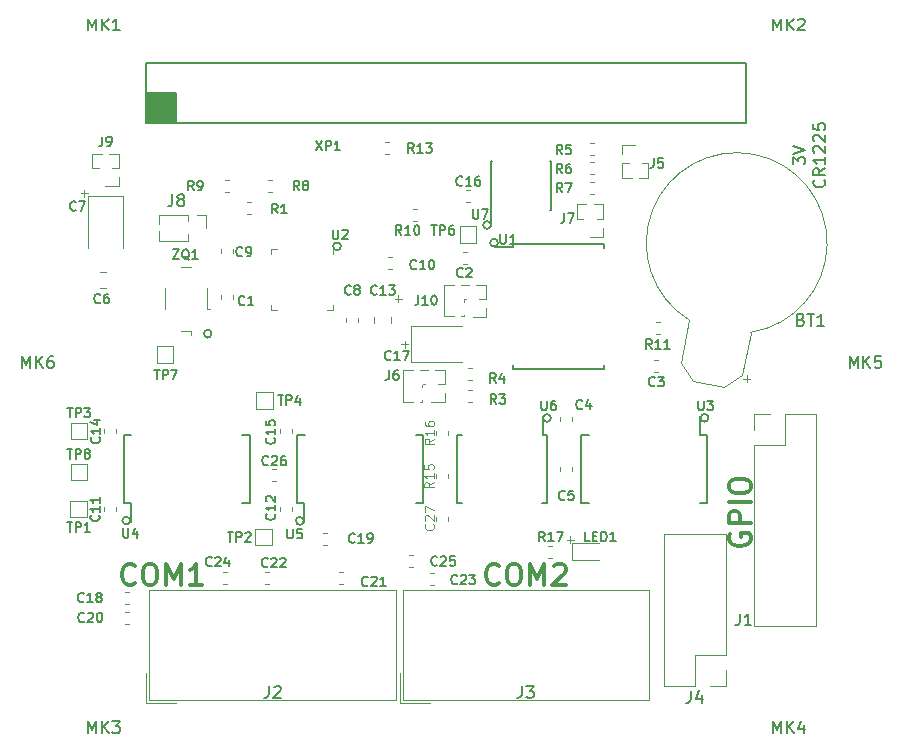
<source format=gto>
G04 #@! TF.GenerationSoftware,KiCad,Pcbnew,(5.1.4-0)*
G04 #@! TF.CreationDate,2019-10-15T22:26:56+01:00*
G04 #@! TF.ProjectId,raspi-serial-hat,72617370-692d-4736-9572-69616c2d6861,3*
G04 #@! TF.SameCoordinates,Original*
G04 #@! TF.FileFunction,Legend,Top*
G04 #@! TF.FilePolarity,Positive*
%FSLAX46Y46*%
G04 Gerber Fmt 4.6, Leading zero omitted, Abs format (unit mm)*
G04 Created by KiCad (PCBNEW (5.1.4-0)) date 2019-10-15 22:26:56*
%MOMM*%
%LPD*%
G04 APERTURE LIST*
%ADD10C,0.120000*%
%ADD11C,0.200000*%
%ADD12C,0.300000*%
%ADD13C,0.150000*%
G04 APERTURE END LIST*
D10*
X76595238Y-72907142D02*
X77204761Y-72907142D01*
X76900000Y-73211904D02*
X76900000Y-72602380D01*
X35445238Y-43582142D02*
X36054761Y-43582142D01*
X35750000Y-43886904D02*
X35750000Y-43277380D01*
X62570238Y-56357142D02*
X63179761Y-56357142D01*
X62875000Y-56661904D02*
X62875000Y-56052380D01*
X62045238Y-52482142D02*
X62654761Y-52482142D01*
X62350000Y-52786904D02*
X62350000Y-52177380D01*
X91520238Y-59257142D02*
X92129761Y-59257142D01*
X91825000Y-59561904D02*
X91825000Y-58952380D01*
D11*
X88605000Y-62575000D02*
G75*
G03X88605000Y-62575000I-330000J0D01*
G01*
X75255000Y-62600000D02*
G75*
G03X75255000Y-62600000I-330000J0D01*
G01*
X39630000Y-71275000D02*
G75*
G03X39630000Y-71275000I-330000J0D01*
G01*
X54330000Y-71300000D02*
G75*
G03X54330000Y-71300000I-330000J0D01*
G01*
X46530000Y-55450000D02*
G75*
G03X46530000Y-55450000I-330000J0D01*
G01*
X57480000Y-48050000D02*
G75*
G03X57480000Y-48050000I-330000J0D01*
G01*
X70180000Y-46250000D02*
G75*
G03X70180000Y-46250000I-330000J0D01*
G01*
X70780000Y-47750000D02*
G75*
G03X70780000Y-47750000I-330000J0D01*
G01*
D12*
X90450000Y-72375000D02*
X90364285Y-72546428D01*
X90364285Y-72803571D01*
X90450000Y-73060714D01*
X90621428Y-73232142D01*
X90792857Y-73317857D01*
X91135714Y-73403571D01*
X91392857Y-73403571D01*
X91735714Y-73317857D01*
X91907142Y-73232142D01*
X92078571Y-73060714D01*
X92164285Y-72803571D01*
X92164285Y-72632142D01*
X92078571Y-72375000D01*
X91992857Y-72289285D01*
X91392857Y-72289285D01*
X91392857Y-72632142D01*
X92164285Y-71517857D02*
X90364285Y-71517857D01*
X90364285Y-70832142D01*
X90450000Y-70660714D01*
X90535714Y-70575000D01*
X90707142Y-70489285D01*
X90964285Y-70489285D01*
X91135714Y-70575000D01*
X91221428Y-70660714D01*
X91307142Y-70832142D01*
X91307142Y-71517857D01*
X92164285Y-69717857D02*
X90364285Y-69717857D01*
X90364285Y-68517857D02*
X90364285Y-68175000D01*
X90450000Y-68003571D01*
X90621428Y-67832142D01*
X90964285Y-67746428D01*
X91564285Y-67746428D01*
X91907142Y-67832142D01*
X92078571Y-68003571D01*
X92164285Y-68175000D01*
X92164285Y-68517857D01*
X92078571Y-68689285D01*
X91907142Y-68860714D01*
X91564285Y-68946428D01*
X90964285Y-68946428D01*
X90621428Y-68860714D01*
X90450000Y-68689285D01*
X90364285Y-68517857D01*
X70853571Y-76592857D02*
X70767857Y-76678571D01*
X70510714Y-76764285D01*
X70339285Y-76764285D01*
X70082142Y-76678571D01*
X69910714Y-76507142D01*
X69825000Y-76335714D01*
X69739285Y-75992857D01*
X69739285Y-75735714D01*
X69825000Y-75392857D01*
X69910714Y-75221428D01*
X70082142Y-75050000D01*
X70339285Y-74964285D01*
X70510714Y-74964285D01*
X70767857Y-75050000D01*
X70853571Y-75135714D01*
X71967857Y-74964285D02*
X72310714Y-74964285D01*
X72482142Y-75050000D01*
X72653571Y-75221428D01*
X72739285Y-75564285D01*
X72739285Y-76164285D01*
X72653571Y-76507142D01*
X72482142Y-76678571D01*
X72310714Y-76764285D01*
X71967857Y-76764285D01*
X71796428Y-76678571D01*
X71625000Y-76507142D01*
X71539285Y-76164285D01*
X71539285Y-75564285D01*
X71625000Y-75221428D01*
X71796428Y-75050000D01*
X71967857Y-74964285D01*
X73510714Y-76764285D02*
X73510714Y-74964285D01*
X74110714Y-76250000D01*
X74710714Y-74964285D01*
X74710714Y-76764285D01*
X75482142Y-75135714D02*
X75567857Y-75050000D01*
X75739285Y-74964285D01*
X76167857Y-74964285D01*
X76339285Y-75050000D01*
X76425000Y-75135714D01*
X76510714Y-75307142D01*
X76510714Y-75478571D01*
X76425000Y-75735714D01*
X75396428Y-76764285D01*
X76510714Y-76764285D01*
X40053571Y-76592857D02*
X39967857Y-76678571D01*
X39710714Y-76764285D01*
X39539285Y-76764285D01*
X39282142Y-76678571D01*
X39110714Y-76507142D01*
X39025000Y-76335714D01*
X38939285Y-75992857D01*
X38939285Y-75735714D01*
X39025000Y-75392857D01*
X39110714Y-75221428D01*
X39282142Y-75050000D01*
X39539285Y-74964285D01*
X39710714Y-74964285D01*
X39967857Y-75050000D01*
X40053571Y-75135714D01*
X41167857Y-74964285D02*
X41510714Y-74964285D01*
X41682142Y-75050000D01*
X41853571Y-75221428D01*
X41939285Y-75564285D01*
X41939285Y-76164285D01*
X41853571Y-76507142D01*
X41682142Y-76678571D01*
X41510714Y-76764285D01*
X41167857Y-76764285D01*
X40996428Y-76678571D01*
X40825000Y-76507142D01*
X40739285Y-76164285D01*
X40739285Y-75564285D01*
X40825000Y-75221428D01*
X40996428Y-75050000D01*
X41167857Y-74964285D01*
X42710714Y-76764285D02*
X42710714Y-74964285D01*
X43310714Y-76250000D01*
X43910714Y-74964285D01*
X43910714Y-76764285D01*
X45710714Y-76764285D02*
X44682142Y-76764285D01*
X45196428Y-76764285D02*
X45196428Y-74964285D01*
X45025000Y-75221428D01*
X44853571Y-75392857D01*
X44682142Y-75478571D01*
D11*
X95777380Y-41111904D02*
X95777380Y-40492857D01*
X96158333Y-40826190D01*
X96158333Y-40683333D01*
X96205952Y-40588095D01*
X96253571Y-40540476D01*
X96348809Y-40492857D01*
X96586904Y-40492857D01*
X96682142Y-40540476D01*
X96729761Y-40588095D01*
X96777380Y-40683333D01*
X96777380Y-40969047D01*
X96729761Y-41064285D01*
X96682142Y-41111904D01*
X95777380Y-40207142D02*
X96777380Y-39873809D01*
X95777380Y-39540476D01*
X98382142Y-42445238D02*
X98429761Y-42492857D01*
X98477380Y-42635714D01*
X98477380Y-42730952D01*
X98429761Y-42873809D01*
X98334523Y-42969047D01*
X98239285Y-43016666D01*
X98048809Y-43064285D01*
X97905952Y-43064285D01*
X97715476Y-43016666D01*
X97620238Y-42969047D01*
X97525000Y-42873809D01*
X97477380Y-42730952D01*
X97477380Y-42635714D01*
X97525000Y-42492857D01*
X97572619Y-42445238D01*
X98477380Y-41445238D02*
X98001190Y-41778571D01*
X98477380Y-42016666D02*
X97477380Y-42016666D01*
X97477380Y-41635714D01*
X97525000Y-41540476D01*
X97572619Y-41492857D01*
X97667857Y-41445238D01*
X97810714Y-41445238D01*
X97905952Y-41492857D01*
X97953571Y-41540476D01*
X98001190Y-41635714D01*
X98001190Y-42016666D01*
X98477380Y-40492857D02*
X98477380Y-41064285D01*
X98477380Y-40778571D02*
X97477380Y-40778571D01*
X97620238Y-40873809D01*
X97715476Y-40969047D01*
X97763095Y-41064285D01*
X97572619Y-40111904D02*
X97525000Y-40064285D01*
X97477380Y-39969047D01*
X97477380Y-39730952D01*
X97525000Y-39635714D01*
X97572619Y-39588095D01*
X97667857Y-39540476D01*
X97763095Y-39540476D01*
X97905952Y-39588095D01*
X98477380Y-40159523D01*
X98477380Y-39540476D01*
X97572619Y-39159523D02*
X97525000Y-39111904D01*
X97477380Y-39016666D01*
X97477380Y-38778571D01*
X97525000Y-38683333D01*
X97572619Y-38635714D01*
X97667857Y-38588095D01*
X97763095Y-38588095D01*
X97905952Y-38635714D01*
X98477380Y-39207142D01*
X98477380Y-38588095D01*
X97477380Y-37683333D02*
X97477380Y-38159523D01*
X97953571Y-38207142D01*
X97905952Y-38159523D01*
X97858333Y-38064285D01*
X97858333Y-37826190D01*
X97905952Y-37730952D01*
X97953571Y-37683333D01*
X98048809Y-37635714D01*
X98286904Y-37635714D01*
X98382142Y-37683333D01*
X98429761Y-37730952D01*
X98477380Y-37826190D01*
X98477380Y-38064285D01*
X98429761Y-38159523D01*
X98382142Y-38207142D01*
D10*
X61203733Y-40260000D02*
X61546267Y-40260000D01*
X61203733Y-39240000D02*
X61546267Y-39240000D01*
X69780000Y-54060000D02*
X68650000Y-54060000D01*
X69780000Y-53300000D02*
X69780000Y-54060000D01*
X67072470Y-53995000D02*
X66250000Y-53995000D01*
X67890000Y-53995000D02*
X67687530Y-53995000D01*
X67890000Y-53863471D02*
X67890000Y-53995000D01*
X67890000Y-52593471D02*
X67890000Y-52736529D01*
X68086529Y-52540000D02*
X67943471Y-52540000D01*
X69780000Y-52540000D02*
X69213471Y-52540000D01*
X66250000Y-53995000D02*
X66250000Y-51335000D01*
X69780000Y-52540000D02*
X69780000Y-51335000D01*
X68342470Y-51335000D02*
X67687530Y-51335000D01*
X67072470Y-51335000D02*
X66250000Y-51335000D01*
X69780000Y-51335000D02*
X68957530Y-51335000D01*
X66255000Y-61260000D02*
X65125000Y-61260000D01*
X66255000Y-60500000D02*
X66255000Y-61260000D01*
X63547470Y-61195000D02*
X62725000Y-61195000D01*
X64365000Y-61195000D02*
X64162530Y-61195000D01*
X64365000Y-61063471D02*
X64365000Y-61195000D01*
X64365000Y-59793471D02*
X64365000Y-59936529D01*
X64561529Y-59740000D02*
X64418471Y-59740000D01*
X66255000Y-59740000D02*
X65688471Y-59740000D01*
X62725000Y-61195000D02*
X62725000Y-58535000D01*
X66255000Y-59740000D02*
X66255000Y-58535000D01*
X64817470Y-58535000D02*
X64162530Y-58535000D01*
X63547470Y-58535000D02*
X62725000Y-58535000D01*
X66255000Y-58535000D02*
X65432530Y-58535000D01*
X90050000Y-85250000D02*
X88720000Y-85250000D01*
X90050000Y-83920000D02*
X90050000Y-85250000D01*
X87450000Y-85250000D02*
X84850000Y-85250000D01*
X87450000Y-82650000D02*
X87450000Y-85250000D01*
X90050000Y-82650000D02*
X87450000Y-82650000D01*
X84850000Y-85250000D02*
X84850000Y-72430000D01*
X90050000Y-82650000D02*
X90050000Y-72430000D01*
X90050000Y-72430000D02*
X84850000Y-72430000D01*
X84128733Y-55460000D02*
X84471267Y-55460000D01*
X84128733Y-54440000D02*
X84471267Y-54440000D01*
X92169396Y-55343776D02*
G75*
G03X87031956Y-54330708I-1177029J7564034D01*
G01*
X86267722Y-57900154D02*
X86982926Y-54320911D01*
X87327025Y-59488511D02*
X86267722Y-57900154D01*
X89876623Y-59997971D02*
X87327025Y-59488511D01*
X91464980Y-58938669D02*
X89876623Y-59997971D01*
X92180183Y-55359425D02*
X91464980Y-58938669D01*
X34600000Y-67850000D02*
X34600000Y-66450000D01*
X36000000Y-67850000D02*
X34600000Y-67850000D01*
X36000000Y-66450000D02*
X36000000Y-67850000D01*
X34600000Y-66450000D02*
X36000000Y-66450000D01*
X41875000Y-57925000D02*
X41875000Y-56525000D01*
X43275000Y-57925000D02*
X41875000Y-57925000D01*
X43275000Y-56525000D02*
X43275000Y-57925000D01*
X41875000Y-56525000D02*
X43275000Y-56525000D01*
X74978733Y-74410000D02*
X75321267Y-74410000D01*
X74978733Y-73390000D02*
X75321267Y-73390000D01*
X66585000Y-63996267D02*
X66585000Y-63653733D01*
X65565000Y-63996267D02*
X65565000Y-63653733D01*
X66585000Y-67646267D02*
X66585000Y-67303733D01*
X65565000Y-67646267D02*
X65565000Y-67303733D01*
X38660000Y-42935000D02*
X37550000Y-42935000D01*
X38660000Y-42175000D02*
X38660000Y-42935000D01*
X36986529Y-41415000D02*
X36440000Y-41415000D01*
X38660000Y-41415000D02*
X38113471Y-41415000D01*
X36440000Y-41415000D02*
X36440000Y-40210000D01*
X38660000Y-41415000D02*
X38660000Y-40210000D01*
X37242470Y-40210000D02*
X36440000Y-40210000D01*
X38660000Y-40210000D02*
X37857530Y-40210000D01*
X77040000Y-74635000D02*
X79325000Y-74635000D01*
X77040000Y-73165000D02*
X77040000Y-74635000D01*
X79325000Y-73165000D02*
X77040000Y-73165000D01*
X65565000Y-70953733D02*
X65565000Y-71296267D01*
X66585000Y-70953733D02*
X66585000Y-71296267D01*
X52021267Y-66890000D02*
X51678733Y-66890000D01*
X52021267Y-67910000D02*
X51678733Y-67910000D01*
D13*
X70200000Y-44975000D02*
X70200000Y-46375000D01*
X75300000Y-44975000D02*
X75300000Y-40825000D01*
X70150000Y-44975000D02*
X70150000Y-40825000D01*
X75300000Y-44975000D02*
X75155000Y-44975000D01*
X75300000Y-40825000D02*
X75155000Y-40825000D01*
X70150000Y-40825000D02*
X70295000Y-40825000D01*
X70150000Y-44975000D02*
X70200000Y-44975000D01*
D10*
X46085000Y-45365000D02*
X46085000Y-46475000D01*
X45325000Y-45365000D02*
X46085000Y-45365000D01*
X44565000Y-47038471D02*
X44565000Y-47585000D01*
X44565000Y-45365000D02*
X44565000Y-45911529D01*
X44565000Y-47585000D02*
X42090000Y-47585000D01*
X44565000Y-45365000D02*
X42090000Y-45365000D01*
X42090000Y-46782530D02*
X42090000Y-47585000D01*
X42090000Y-45365000D02*
X42090000Y-46167470D01*
X79685000Y-47235000D02*
X78575000Y-47235000D01*
X79685000Y-46475000D02*
X79685000Y-47235000D01*
X78011529Y-45715000D02*
X77465000Y-45715000D01*
X79685000Y-45715000D02*
X79138471Y-45715000D01*
X77465000Y-45715000D02*
X77465000Y-44510000D01*
X79685000Y-45715000D02*
X79685000Y-44510000D01*
X78267470Y-44510000D02*
X77465000Y-44510000D01*
X79685000Y-44510000D02*
X78882530Y-44510000D01*
X63621267Y-74215000D02*
X63278733Y-74215000D01*
X63621267Y-75235000D02*
X63278733Y-75235000D01*
X47871267Y-75615000D02*
X47528733Y-75615000D01*
X47871267Y-76635000D02*
X47528733Y-76635000D01*
X65028733Y-76710000D02*
X65371267Y-76710000D01*
X65028733Y-75690000D02*
X65371267Y-75690000D01*
X51053733Y-76635000D02*
X51396267Y-76635000D01*
X51053733Y-75615000D02*
X51396267Y-75615000D01*
X57353733Y-76635000D02*
X57696267Y-76635000D01*
X57353733Y-75615000D02*
X57696267Y-75615000D01*
X39178733Y-80010000D02*
X39521267Y-80010000D01*
X39178733Y-78990000D02*
X39521267Y-78990000D01*
X55928733Y-73310000D02*
X56271267Y-73310000D01*
X55928733Y-72290000D02*
X56271267Y-72290000D01*
X39178733Y-78360000D02*
X39521267Y-78360000D01*
X39178733Y-77340000D02*
X39521267Y-77340000D01*
X67550000Y-47775000D02*
X67550000Y-46375000D01*
X68950000Y-47775000D02*
X67550000Y-47775000D01*
X68950000Y-46375000D02*
X68950000Y-47775000D01*
X67550000Y-46375000D02*
X68950000Y-46375000D01*
X63578733Y-45885000D02*
X63921267Y-45885000D01*
X63578733Y-44865000D02*
X63921267Y-44865000D01*
X48021267Y-42440000D02*
X47678733Y-42440000D01*
X48021267Y-43460000D02*
X47678733Y-43460000D01*
X51671267Y-42440000D02*
X51328733Y-42440000D01*
X51671267Y-43460000D02*
X51328733Y-43460000D01*
X63390000Y-57810000D02*
X67775000Y-57810000D01*
X63390000Y-54790000D02*
X63390000Y-57810000D01*
X67775000Y-54790000D02*
X63390000Y-54790000D01*
X78578733Y-43660000D02*
X78921267Y-43660000D01*
X78578733Y-42640000D02*
X78921267Y-42640000D01*
X78578733Y-41935000D02*
X78921267Y-41935000D01*
X78578733Y-40915000D02*
X78921267Y-40915000D01*
X78578733Y-40360000D02*
X78921267Y-40360000D01*
X78578733Y-39340000D02*
X78921267Y-39340000D01*
X81290000Y-39515000D02*
X82400000Y-39515000D01*
X81290000Y-40275000D02*
X81290000Y-39515000D01*
X82963471Y-41035000D02*
X83510000Y-41035000D01*
X81290000Y-41035000D02*
X81836529Y-41035000D01*
X83510000Y-41035000D02*
X83510000Y-42240000D01*
X81290000Y-41035000D02*
X81290000Y-42240000D01*
X82707530Y-42240000D02*
X83510000Y-42240000D01*
X81290000Y-42240000D02*
X82092470Y-42240000D01*
X68078733Y-44310000D02*
X68421267Y-44310000D01*
X68078733Y-43290000D02*
X68421267Y-43290000D01*
X92470000Y-62270000D02*
X93800000Y-62270000D01*
X92470000Y-63600000D02*
X92470000Y-62270000D01*
X95070000Y-62270000D02*
X97670000Y-62270000D01*
X95070000Y-64870000D02*
X95070000Y-62270000D01*
X92470000Y-64870000D02*
X95070000Y-64870000D01*
X97670000Y-62270000D02*
X97670000Y-80170000D01*
X92470000Y-64870000D02*
X92470000Y-80170000D01*
X92470000Y-80170000D02*
X97670000Y-80170000D01*
X62450000Y-86730000D02*
X62450000Y-84190000D01*
X62450000Y-86730000D02*
X64990000Y-86730000D01*
X62700000Y-86480000D02*
X62700000Y-77130000D01*
X83560000Y-86480000D02*
X62700000Y-86480000D01*
X83560000Y-77130000D02*
X83560000Y-86480000D01*
X62700000Y-77130000D02*
X83560000Y-77130000D01*
X41010000Y-86730000D02*
X41010000Y-84190000D01*
X41010000Y-86730000D02*
X43550000Y-86730000D01*
X41260000Y-86480000D02*
X41260000Y-77130000D01*
X62120000Y-86480000D02*
X41260000Y-86480000D01*
X62120000Y-77130000D02*
X62120000Y-86480000D01*
X41260000Y-77130000D02*
X62120000Y-77130000D01*
D13*
X54375000Y-69800000D02*
X54375000Y-71400000D01*
X64450000Y-69800000D02*
X64450000Y-64050000D01*
X53800000Y-69800000D02*
X53800000Y-64050000D01*
X64450000Y-69800000D02*
X63800000Y-69800000D01*
X64450000Y-64050000D02*
X63800000Y-64050000D01*
X53800000Y-64050000D02*
X54450000Y-64050000D01*
X53800000Y-69800000D02*
X54375000Y-69800000D01*
X39675000Y-69800000D02*
X39675000Y-71400000D01*
X49750000Y-69800000D02*
X49750000Y-64050000D01*
X39100000Y-69800000D02*
X39100000Y-64050000D01*
X49750000Y-69800000D02*
X49100000Y-69800000D01*
X49750000Y-64050000D02*
X49100000Y-64050000D01*
X39100000Y-64050000D02*
X39750000Y-64050000D01*
X39100000Y-69800000D02*
X39675000Y-69800000D01*
D10*
X50325000Y-61800000D02*
X50325000Y-60400000D01*
X51725000Y-61800000D02*
X50325000Y-61800000D01*
X51725000Y-60400000D02*
X51725000Y-61800000D01*
X50325000Y-60400000D02*
X51725000Y-60400000D01*
X34625000Y-64400000D02*
X34625000Y-63000000D01*
X36025000Y-64400000D02*
X34625000Y-64400000D01*
X36025000Y-63000000D02*
X36025000Y-64400000D01*
X34625000Y-63000000D02*
X36025000Y-63000000D01*
X50250000Y-73375000D02*
X50250000Y-71975000D01*
X51650000Y-73375000D02*
X50250000Y-73375000D01*
X51650000Y-71975000D02*
X51650000Y-73375000D01*
X50250000Y-71975000D02*
X51650000Y-71975000D01*
X34575000Y-71000000D02*
X34575000Y-69600000D01*
X35975000Y-71000000D02*
X34575000Y-71000000D01*
X35975000Y-69600000D02*
X35975000Y-71000000D01*
X34575000Y-69600000D02*
X35975000Y-69600000D01*
X53310000Y-63871267D02*
X53310000Y-63528733D01*
X52290000Y-63871267D02*
X52290000Y-63528733D01*
X38410000Y-63871267D02*
X38410000Y-63528733D01*
X37390000Y-63871267D02*
X37390000Y-63528733D01*
X53310000Y-70471267D02*
X53310000Y-70128733D01*
X52290000Y-70471267D02*
X52290000Y-70128733D01*
X38410000Y-70471267D02*
X38410000Y-70128733D01*
X37390000Y-70471267D02*
X37390000Y-70128733D01*
D13*
X74575000Y-64050000D02*
X74575000Y-62450000D01*
X67275000Y-64050000D02*
X67275000Y-69800000D01*
X74925000Y-64050000D02*
X74925000Y-69800000D01*
X67275000Y-64050000D02*
X67725000Y-64050000D01*
X67275000Y-69800000D02*
X67725000Y-69800000D01*
X74925000Y-69800000D02*
X74475000Y-69800000D01*
X74925000Y-64050000D02*
X74575000Y-64050000D01*
D10*
X68571267Y-58390000D02*
X68228733Y-58390000D01*
X68571267Y-59410000D02*
X68228733Y-59410000D01*
X68228733Y-61210000D02*
X68571267Y-61210000D01*
X68228733Y-60190000D02*
X68571267Y-60190000D01*
X84346267Y-57640000D02*
X84003733Y-57640000D01*
X84346267Y-58660000D02*
X84003733Y-58660000D01*
X76040000Y-62503733D02*
X76040000Y-62846267D01*
X77060000Y-62503733D02*
X77060000Y-62846267D01*
D13*
X87920000Y-64050000D02*
X87920000Y-62450000D01*
X77845000Y-64050000D02*
X77845000Y-69800000D01*
X88495000Y-64050000D02*
X88495000Y-69800000D01*
X77845000Y-64050000D02*
X78495000Y-64050000D01*
X77845000Y-69800000D02*
X78495000Y-69800000D01*
X88495000Y-69800000D02*
X87845000Y-69800000D01*
X88495000Y-64050000D02*
X87920000Y-64050000D01*
D10*
X60290000Y-54013748D02*
X60290000Y-54536252D01*
X61710000Y-54013748D02*
X61710000Y-54536252D01*
X57890000Y-54103733D02*
X57890000Y-54446267D01*
X58910000Y-54103733D02*
X58910000Y-54446267D01*
X48310000Y-52546267D02*
X48310000Y-52203733D01*
X47290000Y-52546267D02*
X47290000Y-52203733D01*
X36040000Y-43790000D02*
X36040000Y-48175000D01*
X39060000Y-43790000D02*
X36040000Y-43790000D01*
X39060000Y-48175000D02*
X39060000Y-43790000D01*
X37606252Y-50190000D02*
X37083748Y-50190000D01*
X37606252Y-51610000D02*
X37083748Y-51610000D01*
X56810000Y-48740000D02*
X56810000Y-48265000D01*
X51590000Y-53485000D02*
X52065000Y-53485000D01*
X51590000Y-53010000D02*
X51590000Y-53485000D01*
X51590000Y-48265000D02*
X52065000Y-48265000D01*
X51590000Y-48740000D02*
X51590000Y-48265000D01*
X56810000Y-53485000D02*
X56335000Y-53485000D01*
X56810000Y-53010000D02*
X56810000Y-53485000D01*
X46150000Y-53400000D02*
X46390000Y-53400000D01*
X46150000Y-51600000D02*
X46150000Y-53400000D01*
X42550000Y-53400000D02*
X42550000Y-51600000D01*
X43950000Y-49800000D02*
X44750000Y-49800000D01*
X44750000Y-55200000D02*
X43950000Y-55200000D01*
X44750000Y-55600000D02*
X44750000Y-55200000D01*
X61453733Y-49985000D02*
X61796267Y-49985000D01*
X61453733Y-48965000D02*
X61796267Y-48965000D01*
X47290000Y-48303733D02*
X47290000Y-48646267D01*
X48310000Y-48303733D02*
X48310000Y-48646267D01*
X77085000Y-67096267D02*
X77085000Y-66753733D01*
X76065000Y-67096267D02*
X76065000Y-66753733D01*
X68121267Y-48515000D02*
X67778733Y-48515000D01*
X68121267Y-49535000D02*
X67778733Y-49535000D01*
X49871267Y-44290000D02*
X49528733Y-44290000D01*
X49871267Y-45310000D02*
X49528733Y-45310000D01*
D13*
X72025000Y-48100000D02*
X70500000Y-48100000D01*
X72025000Y-58475000D02*
X79775000Y-58475000D01*
X72025000Y-47825000D02*
X79775000Y-47825000D01*
X72025000Y-58475000D02*
X72025000Y-58120000D01*
X79775000Y-58475000D02*
X79775000Y-58120000D01*
X79775000Y-47825000D02*
X79775000Y-48180000D01*
X72025000Y-47825000D02*
X72025000Y-48100000D01*
G36*
X41000000Y-35065000D02*
G01*
X43540000Y-35065000D01*
X43540000Y-37605000D01*
X41000000Y-37605000D01*
X41000000Y-35065000D01*
G37*
X41000000Y-35065000D02*
X43540000Y-35065000D01*
X43540000Y-37605000D01*
X41000000Y-37605000D01*
X41000000Y-35065000D01*
X41000000Y-32525000D02*
X91800000Y-32525000D01*
X91800000Y-37605000D02*
X41000000Y-37605000D01*
X91800000Y-32525000D02*
X91800000Y-37605000D01*
X41000000Y-37605000D02*
X41000000Y-32525000D01*
X63660714Y-40136904D02*
X63394047Y-39755952D01*
X63203571Y-40136904D02*
X63203571Y-39336904D01*
X63508333Y-39336904D01*
X63584523Y-39375000D01*
X63622619Y-39413095D01*
X63660714Y-39489285D01*
X63660714Y-39603571D01*
X63622619Y-39679761D01*
X63584523Y-39717857D01*
X63508333Y-39755952D01*
X63203571Y-39755952D01*
X64422619Y-40136904D02*
X63965476Y-40136904D01*
X64194047Y-40136904D02*
X64194047Y-39336904D01*
X64117857Y-39451190D01*
X64041666Y-39527380D01*
X63965476Y-39565476D01*
X64689285Y-39336904D02*
X65184523Y-39336904D01*
X64917857Y-39641666D01*
X65032142Y-39641666D01*
X65108333Y-39679761D01*
X65146428Y-39717857D01*
X65184523Y-39794047D01*
X65184523Y-39984523D01*
X65146428Y-40060714D01*
X65108333Y-40098809D01*
X65032142Y-40136904D01*
X64803571Y-40136904D01*
X64727380Y-40098809D01*
X64689285Y-40060714D01*
X64027380Y-52211904D02*
X64027380Y-52783333D01*
X63989285Y-52897619D01*
X63913095Y-52973809D01*
X63798809Y-53011904D01*
X63722619Y-53011904D01*
X64827380Y-53011904D02*
X64370238Y-53011904D01*
X64598809Y-53011904D02*
X64598809Y-52211904D01*
X64522619Y-52326190D01*
X64446428Y-52402380D01*
X64370238Y-52440476D01*
X65322619Y-52211904D02*
X65398809Y-52211904D01*
X65475000Y-52250000D01*
X65513095Y-52288095D01*
X65551190Y-52364285D01*
X65589285Y-52516666D01*
X65589285Y-52707142D01*
X65551190Y-52859523D01*
X65513095Y-52935714D01*
X65475000Y-52973809D01*
X65398809Y-53011904D01*
X65322619Y-53011904D01*
X65246428Y-52973809D01*
X65208333Y-52935714D01*
X65170238Y-52859523D01*
X65132142Y-52707142D01*
X65132142Y-52516666D01*
X65170238Y-52364285D01*
X65208333Y-52288095D01*
X65246428Y-52250000D01*
X65322619Y-52211904D01*
X61558333Y-58561904D02*
X61558333Y-59133333D01*
X61520238Y-59247619D01*
X61444047Y-59323809D01*
X61329761Y-59361904D01*
X61253571Y-59361904D01*
X62282142Y-58561904D02*
X62129761Y-58561904D01*
X62053571Y-58600000D01*
X62015476Y-58638095D01*
X61939285Y-58752380D01*
X61901190Y-58904761D01*
X61901190Y-59209523D01*
X61939285Y-59285714D01*
X61977380Y-59323809D01*
X62053571Y-59361904D01*
X62205952Y-59361904D01*
X62282142Y-59323809D01*
X62320238Y-59285714D01*
X62358333Y-59209523D01*
X62358333Y-59019047D01*
X62320238Y-58942857D01*
X62282142Y-58904761D01*
X62205952Y-58866666D01*
X62053571Y-58866666D01*
X61977380Y-58904761D01*
X61939285Y-58942857D01*
X61901190Y-59019047D01*
X87116666Y-85702380D02*
X87116666Y-86416666D01*
X87069047Y-86559523D01*
X86973809Y-86654761D01*
X86830952Y-86702380D01*
X86735714Y-86702380D01*
X88021428Y-86035714D02*
X88021428Y-86702380D01*
X87783333Y-85654761D02*
X87545238Y-86369047D01*
X88164285Y-86369047D01*
X83785714Y-56736904D02*
X83519047Y-56355952D01*
X83328571Y-56736904D02*
X83328571Y-55936904D01*
X83633333Y-55936904D01*
X83709523Y-55975000D01*
X83747619Y-56013095D01*
X83785714Y-56089285D01*
X83785714Y-56203571D01*
X83747619Y-56279761D01*
X83709523Y-56317857D01*
X83633333Y-56355952D01*
X83328571Y-56355952D01*
X84547619Y-56736904D02*
X84090476Y-56736904D01*
X84319047Y-56736904D02*
X84319047Y-55936904D01*
X84242857Y-56051190D01*
X84166666Y-56127380D01*
X84090476Y-56165476D01*
X85309523Y-56736904D02*
X84852380Y-56736904D01*
X85080952Y-56736904D02*
X85080952Y-55936904D01*
X85004761Y-56051190D01*
X84928571Y-56127380D01*
X84852380Y-56165476D01*
X96439285Y-54253571D02*
X96582142Y-54301190D01*
X96629761Y-54348809D01*
X96677380Y-54444047D01*
X96677380Y-54586904D01*
X96629761Y-54682142D01*
X96582142Y-54729761D01*
X96486904Y-54777380D01*
X96105952Y-54777380D01*
X96105952Y-53777380D01*
X96439285Y-53777380D01*
X96534523Y-53825000D01*
X96582142Y-53872619D01*
X96629761Y-53967857D01*
X96629761Y-54063095D01*
X96582142Y-54158333D01*
X96534523Y-54205952D01*
X96439285Y-54253571D01*
X96105952Y-54253571D01*
X96963095Y-53777380D02*
X97534523Y-53777380D01*
X97248809Y-54777380D02*
X97248809Y-53777380D01*
X98391666Y-54777380D02*
X97820238Y-54777380D01*
X98105952Y-54777380D02*
X98105952Y-53777380D01*
X98010714Y-53920238D01*
X97915476Y-54015476D01*
X97820238Y-54063095D01*
X34290476Y-65236904D02*
X34747619Y-65236904D01*
X34519047Y-66036904D02*
X34519047Y-65236904D01*
X35014285Y-66036904D02*
X35014285Y-65236904D01*
X35319047Y-65236904D01*
X35395238Y-65275000D01*
X35433333Y-65313095D01*
X35471428Y-65389285D01*
X35471428Y-65503571D01*
X35433333Y-65579761D01*
X35395238Y-65617857D01*
X35319047Y-65655952D01*
X35014285Y-65655952D01*
X35928571Y-65579761D02*
X35852380Y-65541666D01*
X35814285Y-65503571D01*
X35776190Y-65427380D01*
X35776190Y-65389285D01*
X35814285Y-65313095D01*
X35852380Y-65275000D01*
X35928571Y-65236904D01*
X36080952Y-65236904D01*
X36157142Y-65275000D01*
X36195238Y-65313095D01*
X36233333Y-65389285D01*
X36233333Y-65427380D01*
X36195238Y-65503571D01*
X36157142Y-65541666D01*
X36080952Y-65579761D01*
X35928571Y-65579761D01*
X35852380Y-65617857D01*
X35814285Y-65655952D01*
X35776190Y-65732142D01*
X35776190Y-65884523D01*
X35814285Y-65960714D01*
X35852380Y-65998809D01*
X35928571Y-66036904D01*
X36080952Y-66036904D01*
X36157142Y-65998809D01*
X36195238Y-65960714D01*
X36233333Y-65884523D01*
X36233333Y-65732142D01*
X36195238Y-65655952D01*
X36157142Y-65617857D01*
X36080952Y-65579761D01*
X41665476Y-58511904D02*
X42122619Y-58511904D01*
X41894047Y-59311904D02*
X41894047Y-58511904D01*
X42389285Y-59311904D02*
X42389285Y-58511904D01*
X42694047Y-58511904D01*
X42770238Y-58550000D01*
X42808333Y-58588095D01*
X42846428Y-58664285D01*
X42846428Y-58778571D01*
X42808333Y-58854761D01*
X42770238Y-58892857D01*
X42694047Y-58930952D01*
X42389285Y-58930952D01*
X43113095Y-58511904D02*
X43646428Y-58511904D01*
X43303571Y-59311904D01*
X74735714Y-73011904D02*
X74469047Y-72630952D01*
X74278571Y-73011904D02*
X74278571Y-72211904D01*
X74583333Y-72211904D01*
X74659523Y-72250000D01*
X74697619Y-72288095D01*
X74735714Y-72364285D01*
X74735714Y-72478571D01*
X74697619Y-72554761D01*
X74659523Y-72592857D01*
X74583333Y-72630952D01*
X74278571Y-72630952D01*
X75497619Y-73011904D02*
X75040476Y-73011904D01*
X75269047Y-73011904D02*
X75269047Y-72211904D01*
X75192857Y-72326190D01*
X75116666Y-72402380D01*
X75040476Y-72440476D01*
X75764285Y-72211904D02*
X76297619Y-72211904D01*
X75954761Y-73011904D01*
D10*
X65361904Y-64364285D02*
X64980952Y-64630952D01*
X65361904Y-64821428D02*
X64561904Y-64821428D01*
X64561904Y-64516666D01*
X64600000Y-64440476D01*
X64638095Y-64402380D01*
X64714285Y-64364285D01*
X64828571Y-64364285D01*
X64904761Y-64402380D01*
X64942857Y-64440476D01*
X64980952Y-64516666D01*
X64980952Y-64821428D01*
X65361904Y-63602380D02*
X65361904Y-64059523D01*
X65361904Y-63830952D02*
X64561904Y-63830952D01*
X64676190Y-63907142D01*
X64752380Y-63983333D01*
X64790476Y-64059523D01*
X64561904Y-62916666D02*
X64561904Y-63069047D01*
X64600000Y-63145238D01*
X64638095Y-63183333D01*
X64752380Y-63259523D01*
X64904761Y-63297619D01*
X65209523Y-63297619D01*
X65285714Y-63259523D01*
X65323809Y-63221428D01*
X65361904Y-63145238D01*
X65361904Y-62992857D01*
X65323809Y-62916666D01*
X65285714Y-62878571D01*
X65209523Y-62840476D01*
X65019047Y-62840476D01*
X64942857Y-62878571D01*
X64904761Y-62916666D01*
X64866666Y-62992857D01*
X64866666Y-63145238D01*
X64904761Y-63221428D01*
X64942857Y-63259523D01*
X65019047Y-63297619D01*
X65336904Y-68014285D02*
X64955952Y-68280952D01*
X65336904Y-68471428D02*
X64536904Y-68471428D01*
X64536904Y-68166666D01*
X64575000Y-68090476D01*
X64613095Y-68052380D01*
X64689285Y-68014285D01*
X64803571Y-68014285D01*
X64879761Y-68052380D01*
X64917857Y-68090476D01*
X64955952Y-68166666D01*
X64955952Y-68471428D01*
X65336904Y-67252380D02*
X65336904Y-67709523D01*
X65336904Y-67480952D02*
X64536904Y-67480952D01*
X64651190Y-67557142D01*
X64727380Y-67633333D01*
X64765476Y-67709523D01*
X64536904Y-66528571D02*
X64536904Y-66909523D01*
X64917857Y-66947619D01*
X64879761Y-66909523D01*
X64841666Y-66833333D01*
X64841666Y-66642857D01*
X64879761Y-66566666D01*
X64917857Y-66528571D01*
X64994047Y-66490476D01*
X65184523Y-66490476D01*
X65260714Y-66528571D01*
X65298809Y-66566666D01*
X65336904Y-66642857D01*
X65336904Y-66833333D01*
X65298809Y-66909523D01*
X65260714Y-66947619D01*
D13*
X37283333Y-38761904D02*
X37283333Y-39333333D01*
X37245238Y-39447619D01*
X37169047Y-39523809D01*
X37054761Y-39561904D01*
X36978571Y-39561904D01*
X37702380Y-39561904D02*
X37854761Y-39561904D01*
X37930952Y-39523809D01*
X37969047Y-39485714D01*
X38045238Y-39371428D01*
X38083333Y-39219047D01*
X38083333Y-38914285D01*
X38045238Y-38838095D01*
X38007142Y-38800000D01*
X37930952Y-38761904D01*
X37778571Y-38761904D01*
X37702380Y-38800000D01*
X37664285Y-38838095D01*
X37626190Y-38914285D01*
X37626190Y-39104761D01*
X37664285Y-39180952D01*
X37702380Y-39219047D01*
X37778571Y-39257142D01*
X37930952Y-39257142D01*
X38007142Y-39219047D01*
X38045238Y-39180952D01*
X38083333Y-39104761D01*
X78529761Y-73011904D02*
X78148809Y-73011904D01*
X78148809Y-72211904D01*
X78796428Y-72592857D02*
X79063095Y-72592857D01*
X79177380Y-73011904D02*
X78796428Y-73011904D01*
X78796428Y-72211904D01*
X79177380Y-72211904D01*
X79520238Y-73011904D02*
X79520238Y-72211904D01*
X79710714Y-72211904D01*
X79825000Y-72250000D01*
X79901190Y-72326190D01*
X79939285Y-72402380D01*
X79977380Y-72554761D01*
X79977380Y-72669047D01*
X79939285Y-72821428D01*
X79901190Y-72897619D01*
X79825000Y-72973809D01*
X79710714Y-73011904D01*
X79520238Y-73011904D01*
X80739285Y-73011904D02*
X80282142Y-73011904D01*
X80510714Y-73011904D02*
X80510714Y-72211904D01*
X80434523Y-72326190D01*
X80358333Y-72402380D01*
X80282142Y-72440476D01*
D10*
X65285714Y-71589285D02*
X65323809Y-71627380D01*
X65361904Y-71741666D01*
X65361904Y-71817857D01*
X65323809Y-71932142D01*
X65247619Y-72008333D01*
X65171428Y-72046428D01*
X65019047Y-72084523D01*
X64904761Y-72084523D01*
X64752380Y-72046428D01*
X64676190Y-72008333D01*
X64600000Y-71932142D01*
X64561904Y-71817857D01*
X64561904Y-71741666D01*
X64600000Y-71627380D01*
X64638095Y-71589285D01*
X64638095Y-71284523D02*
X64600000Y-71246428D01*
X64561904Y-71170238D01*
X64561904Y-70979761D01*
X64600000Y-70903571D01*
X64638095Y-70865476D01*
X64714285Y-70827380D01*
X64790476Y-70827380D01*
X64904761Y-70865476D01*
X65361904Y-71322619D01*
X65361904Y-70827380D01*
X64561904Y-70560714D02*
X64561904Y-70027380D01*
X65361904Y-70370238D01*
D13*
X51310714Y-66535714D02*
X51272619Y-66573809D01*
X51158333Y-66611904D01*
X51082142Y-66611904D01*
X50967857Y-66573809D01*
X50891666Y-66497619D01*
X50853571Y-66421428D01*
X50815476Y-66269047D01*
X50815476Y-66154761D01*
X50853571Y-66002380D01*
X50891666Y-65926190D01*
X50967857Y-65850000D01*
X51082142Y-65811904D01*
X51158333Y-65811904D01*
X51272619Y-65850000D01*
X51310714Y-65888095D01*
X51615476Y-65888095D02*
X51653571Y-65850000D01*
X51729761Y-65811904D01*
X51920238Y-65811904D01*
X51996428Y-65850000D01*
X52034523Y-65888095D01*
X52072619Y-65964285D01*
X52072619Y-66040476D01*
X52034523Y-66154761D01*
X51577380Y-66611904D01*
X52072619Y-66611904D01*
X52758333Y-65811904D02*
X52605952Y-65811904D01*
X52529761Y-65850000D01*
X52491666Y-65888095D01*
X52415476Y-66002380D01*
X52377380Y-66154761D01*
X52377380Y-66459523D01*
X52415476Y-66535714D01*
X52453571Y-66573809D01*
X52529761Y-66611904D01*
X52682142Y-66611904D01*
X52758333Y-66573809D01*
X52796428Y-66535714D01*
X52834523Y-66459523D01*
X52834523Y-66269047D01*
X52796428Y-66192857D01*
X52758333Y-66154761D01*
X52682142Y-66116666D01*
X52529761Y-66116666D01*
X52453571Y-66154761D01*
X52415476Y-66192857D01*
X52377380Y-66269047D01*
X68665476Y-44911904D02*
X68665476Y-45559523D01*
X68703571Y-45635714D01*
X68741666Y-45673809D01*
X68817857Y-45711904D01*
X68970238Y-45711904D01*
X69046428Y-45673809D01*
X69084523Y-45635714D01*
X69122619Y-45559523D01*
X69122619Y-44911904D01*
X69427380Y-44911904D02*
X69960714Y-44911904D01*
X69617857Y-45711904D01*
X43216666Y-43652380D02*
X43216666Y-44366666D01*
X43169047Y-44509523D01*
X43073809Y-44604761D01*
X42930952Y-44652380D01*
X42835714Y-44652380D01*
X43835714Y-44080952D02*
X43740476Y-44033333D01*
X43692857Y-43985714D01*
X43645238Y-43890476D01*
X43645238Y-43842857D01*
X43692857Y-43747619D01*
X43740476Y-43700000D01*
X43835714Y-43652380D01*
X44026190Y-43652380D01*
X44121428Y-43700000D01*
X44169047Y-43747619D01*
X44216666Y-43842857D01*
X44216666Y-43890476D01*
X44169047Y-43985714D01*
X44121428Y-44033333D01*
X44026190Y-44080952D01*
X43835714Y-44080952D01*
X43740476Y-44128571D01*
X43692857Y-44176190D01*
X43645238Y-44271428D01*
X43645238Y-44461904D01*
X43692857Y-44557142D01*
X43740476Y-44604761D01*
X43835714Y-44652380D01*
X44026190Y-44652380D01*
X44121428Y-44604761D01*
X44169047Y-44557142D01*
X44216666Y-44461904D01*
X44216666Y-44271428D01*
X44169047Y-44176190D01*
X44121428Y-44128571D01*
X44026190Y-44080952D01*
X76408333Y-45261904D02*
X76408333Y-45833333D01*
X76370238Y-45947619D01*
X76294047Y-46023809D01*
X76179761Y-46061904D01*
X76103571Y-46061904D01*
X76713095Y-45261904D02*
X77246428Y-45261904D01*
X76903571Y-46061904D01*
X65635714Y-75010714D02*
X65597619Y-75048809D01*
X65483333Y-75086904D01*
X65407142Y-75086904D01*
X65292857Y-75048809D01*
X65216666Y-74972619D01*
X65178571Y-74896428D01*
X65140476Y-74744047D01*
X65140476Y-74629761D01*
X65178571Y-74477380D01*
X65216666Y-74401190D01*
X65292857Y-74325000D01*
X65407142Y-74286904D01*
X65483333Y-74286904D01*
X65597619Y-74325000D01*
X65635714Y-74363095D01*
X65940476Y-74363095D02*
X65978571Y-74325000D01*
X66054761Y-74286904D01*
X66245238Y-74286904D01*
X66321428Y-74325000D01*
X66359523Y-74363095D01*
X66397619Y-74439285D01*
X66397619Y-74515476D01*
X66359523Y-74629761D01*
X65902380Y-75086904D01*
X66397619Y-75086904D01*
X67121428Y-74286904D02*
X66740476Y-74286904D01*
X66702380Y-74667857D01*
X66740476Y-74629761D01*
X66816666Y-74591666D01*
X67007142Y-74591666D01*
X67083333Y-74629761D01*
X67121428Y-74667857D01*
X67159523Y-74744047D01*
X67159523Y-74934523D01*
X67121428Y-75010714D01*
X67083333Y-75048809D01*
X67007142Y-75086904D01*
X66816666Y-75086904D01*
X66740476Y-75048809D01*
X66702380Y-75010714D01*
X46535714Y-75085714D02*
X46497619Y-75123809D01*
X46383333Y-75161904D01*
X46307142Y-75161904D01*
X46192857Y-75123809D01*
X46116666Y-75047619D01*
X46078571Y-74971428D01*
X46040476Y-74819047D01*
X46040476Y-74704761D01*
X46078571Y-74552380D01*
X46116666Y-74476190D01*
X46192857Y-74400000D01*
X46307142Y-74361904D01*
X46383333Y-74361904D01*
X46497619Y-74400000D01*
X46535714Y-74438095D01*
X46840476Y-74438095D02*
X46878571Y-74400000D01*
X46954761Y-74361904D01*
X47145238Y-74361904D01*
X47221428Y-74400000D01*
X47259523Y-74438095D01*
X47297619Y-74514285D01*
X47297619Y-74590476D01*
X47259523Y-74704761D01*
X46802380Y-75161904D01*
X47297619Y-75161904D01*
X47983333Y-74628571D02*
X47983333Y-75161904D01*
X47792857Y-74323809D02*
X47602380Y-74895238D01*
X48097619Y-74895238D01*
X67310714Y-76585714D02*
X67272619Y-76623809D01*
X67158333Y-76661904D01*
X67082142Y-76661904D01*
X66967857Y-76623809D01*
X66891666Y-76547619D01*
X66853571Y-76471428D01*
X66815476Y-76319047D01*
X66815476Y-76204761D01*
X66853571Y-76052380D01*
X66891666Y-75976190D01*
X66967857Y-75900000D01*
X67082142Y-75861904D01*
X67158333Y-75861904D01*
X67272619Y-75900000D01*
X67310714Y-75938095D01*
X67615476Y-75938095D02*
X67653571Y-75900000D01*
X67729761Y-75861904D01*
X67920238Y-75861904D01*
X67996428Y-75900000D01*
X68034523Y-75938095D01*
X68072619Y-76014285D01*
X68072619Y-76090476D01*
X68034523Y-76204761D01*
X67577380Y-76661904D01*
X68072619Y-76661904D01*
X68339285Y-75861904D02*
X68834523Y-75861904D01*
X68567857Y-76166666D01*
X68682142Y-76166666D01*
X68758333Y-76204761D01*
X68796428Y-76242857D01*
X68834523Y-76319047D01*
X68834523Y-76509523D01*
X68796428Y-76585714D01*
X68758333Y-76623809D01*
X68682142Y-76661904D01*
X68453571Y-76661904D01*
X68377380Y-76623809D01*
X68339285Y-76585714D01*
X51285714Y-75135714D02*
X51247619Y-75173809D01*
X51133333Y-75211904D01*
X51057142Y-75211904D01*
X50942857Y-75173809D01*
X50866666Y-75097619D01*
X50828571Y-75021428D01*
X50790476Y-74869047D01*
X50790476Y-74754761D01*
X50828571Y-74602380D01*
X50866666Y-74526190D01*
X50942857Y-74450000D01*
X51057142Y-74411904D01*
X51133333Y-74411904D01*
X51247619Y-74450000D01*
X51285714Y-74488095D01*
X51590476Y-74488095D02*
X51628571Y-74450000D01*
X51704761Y-74411904D01*
X51895238Y-74411904D01*
X51971428Y-74450000D01*
X52009523Y-74488095D01*
X52047619Y-74564285D01*
X52047619Y-74640476D01*
X52009523Y-74754761D01*
X51552380Y-75211904D01*
X52047619Y-75211904D01*
X52352380Y-74488095D02*
X52390476Y-74450000D01*
X52466666Y-74411904D01*
X52657142Y-74411904D01*
X52733333Y-74450000D01*
X52771428Y-74488095D01*
X52809523Y-74564285D01*
X52809523Y-74640476D01*
X52771428Y-74754761D01*
X52314285Y-75211904D01*
X52809523Y-75211904D01*
X59735714Y-76735714D02*
X59697619Y-76773809D01*
X59583333Y-76811904D01*
X59507142Y-76811904D01*
X59392857Y-76773809D01*
X59316666Y-76697619D01*
X59278571Y-76621428D01*
X59240476Y-76469047D01*
X59240476Y-76354761D01*
X59278571Y-76202380D01*
X59316666Y-76126190D01*
X59392857Y-76050000D01*
X59507142Y-76011904D01*
X59583333Y-76011904D01*
X59697619Y-76050000D01*
X59735714Y-76088095D01*
X60040476Y-76088095D02*
X60078571Y-76050000D01*
X60154761Y-76011904D01*
X60345238Y-76011904D01*
X60421428Y-76050000D01*
X60459523Y-76088095D01*
X60497619Y-76164285D01*
X60497619Y-76240476D01*
X60459523Y-76354761D01*
X60002380Y-76811904D01*
X60497619Y-76811904D01*
X61259523Y-76811904D02*
X60802380Y-76811904D01*
X61030952Y-76811904D02*
X61030952Y-76011904D01*
X60954761Y-76126190D01*
X60878571Y-76202380D01*
X60802380Y-76240476D01*
X35735714Y-79785714D02*
X35697619Y-79823809D01*
X35583333Y-79861904D01*
X35507142Y-79861904D01*
X35392857Y-79823809D01*
X35316666Y-79747619D01*
X35278571Y-79671428D01*
X35240476Y-79519047D01*
X35240476Y-79404761D01*
X35278571Y-79252380D01*
X35316666Y-79176190D01*
X35392857Y-79100000D01*
X35507142Y-79061904D01*
X35583333Y-79061904D01*
X35697619Y-79100000D01*
X35735714Y-79138095D01*
X36040476Y-79138095D02*
X36078571Y-79100000D01*
X36154761Y-79061904D01*
X36345238Y-79061904D01*
X36421428Y-79100000D01*
X36459523Y-79138095D01*
X36497619Y-79214285D01*
X36497619Y-79290476D01*
X36459523Y-79404761D01*
X36002380Y-79861904D01*
X36497619Y-79861904D01*
X36992857Y-79061904D02*
X37069047Y-79061904D01*
X37145238Y-79100000D01*
X37183333Y-79138095D01*
X37221428Y-79214285D01*
X37259523Y-79366666D01*
X37259523Y-79557142D01*
X37221428Y-79709523D01*
X37183333Y-79785714D01*
X37145238Y-79823809D01*
X37069047Y-79861904D01*
X36992857Y-79861904D01*
X36916666Y-79823809D01*
X36878571Y-79785714D01*
X36840476Y-79709523D01*
X36802380Y-79557142D01*
X36802380Y-79366666D01*
X36840476Y-79214285D01*
X36878571Y-79138095D01*
X36916666Y-79100000D01*
X36992857Y-79061904D01*
X58660714Y-73085714D02*
X58622619Y-73123809D01*
X58508333Y-73161904D01*
X58432142Y-73161904D01*
X58317857Y-73123809D01*
X58241666Y-73047619D01*
X58203571Y-72971428D01*
X58165476Y-72819047D01*
X58165476Y-72704761D01*
X58203571Y-72552380D01*
X58241666Y-72476190D01*
X58317857Y-72400000D01*
X58432142Y-72361904D01*
X58508333Y-72361904D01*
X58622619Y-72400000D01*
X58660714Y-72438095D01*
X59422619Y-73161904D02*
X58965476Y-73161904D01*
X59194047Y-73161904D02*
X59194047Y-72361904D01*
X59117857Y-72476190D01*
X59041666Y-72552380D01*
X58965476Y-72590476D01*
X59803571Y-73161904D02*
X59955952Y-73161904D01*
X60032142Y-73123809D01*
X60070238Y-73085714D01*
X60146428Y-72971428D01*
X60184523Y-72819047D01*
X60184523Y-72514285D01*
X60146428Y-72438095D01*
X60108333Y-72400000D01*
X60032142Y-72361904D01*
X59879761Y-72361904D01*
X59803571Y-72400000D01*
X59765476Y-72438095D01*
X59727380Y-72514285D01*
X59727380Y-72704761D01*
X59765476Y-72780952D01*
X59803571Y-72819047D01*
X59879761Y-72857142D01*
X60032142Y-72857142D01*
X60108333Y-72819047D01*
X60146428Y-72780952D01*
X60184523Y-72704761D01*
X35710714Y-78110714D02*
X35672619Y-78148809D01*
X35558333Y-78186904D01*
X35482142Y-78186904D01*
X35367857Y-78148809D01*
X35291666Y-78072619D01*
X35253571Y-77996428D01*
X35215476Y-77844047D01*
X35215476Y-77729761D01*
X35253571Y-77577380D01*
X35291666Y-77501190D01*
X35367857Y-77425000D01*
X35482142Y-77386904D01*
X35558333Y-77386904D01*
X35672619Y-77425000D01*
X35710714Y-77463095D01*
X36472619Y-78186904D02*
X36015476Y-78186904D01*
X36244047Y-78186904D02*
X36244047Y-77386904D01*
X36167857Y-77501190D01*
X36091666Y-77577380D01*
X36015476Y-77615476D01*
X36929761Y-77729761D02*
X36853571Y-77691666D01*
X36815476Y-77653571D01*
X36777380Y-77577380D01*
X36777380Y-77539285D01*
X36815476Y-77463095D01*
X36853571Y-77425000D01*
X36929761Y-77386904D01*
X37082142Y-77386904D01*
X37158333Y-77425000D01*
X37196428Y-77463095D01*
X37234523Y-77539285D01*
X37234523Y-77577380D01*
X37196428Y-77653571D01*
X37158333Y-77691666D01*
X37082142Y-77729761D01*
X36929761Y-77729761D01*
X36853571Y-77767857D01*
X36815476Y-77805952D01*
X36777380Y-77882142D01*
X36777380Y-78034523D01*
X36815476Y-78110714D01*
X36853571Y-78148809D01*
X36929761Y-78186904D01*
X37082142Y-78186904D01*
X37158333Y-78148809D01*
X37196428Y-78110714D01*
X37234523Y-78034523D01*
X37234523Y-77882142D01*
X37196428Y-77805952D01*
X37158333Y-77767857D01*
X37082142Y-77729761D01*
X65140476Y-46286904D02*
X65597619Y-46286904D01*
X65369047Y-47086904D02*
X65369047Y-46286904D01*
X65864285Y-47086904D02*
X65864285Y-46286904D01*
X66169047Y-46286904D01*
X66245238Y-46325000D01*
X66283333Y-46363095D01*
X66321428Y-46439285D01*
X66321428Y-46553571D01*
X66283333Y-46629761D01*
X66245238Y-46667857D01*
X66169047Y-46705952D01*
X65864285Y-46705952D01*
X67007142Y-46286904D02*
X66854761Y-46286904D01*
X66778571Y-46325000D01*
X66740476Y-46363095D01*
X66664285Y-46477380D01*
X66626190Y-46629761D01*
X66626190Y-46934523D01*
X66664285Y-47010714D01*
X66702380Y-47048809D01*
X66778571Y-47086904D01*
X66930952Y-47086904D01*
X67007142Y-47048809D01*
X67045238Y-47010714D01*
X67083333Y-46934523D01*
X67083333Y-46744047D01*
X67045238Y-46667857D01*
X67007142Y-46629761D01*
X66930952Y-46591666D01*
X66778571Y-46591666D01*
X66702380Y-46629761D01*
X66664285Y-46667857D01*
X66626190Y-46744047D01*
X62610714Y-47086904D02*
X62344047Y-46705952D01*
X62153571Y-47086904D02*
X62153571Y-46286904D01*
X62458333Y-46286904D01*
X62534523Y-46325000D01*
X62572619Y-46363095D01*
X62610714Y-46439285D01*
X62610714Y-46553571D01*
X62572619Y-46629761D01*
X62534523Y-46667857D01*
X62458333Y-46705952D01*
X62153571Y-46705952D01*
X63372619Y-47086904D02*
X62915476Y-47086904D01*
X63144047Y-47086904D02*
X63144047Y-46286904D01*
X63067857Y-46401190D01*
X62991666Y-46477380D01*
X62915476Y-46515476D01*
X63867857Y-46286904D02*
X63944047Y-46286904D01*
X64020238Y-46325000D01*
X64058333Y-46363095D01*
X64096428Y-46439285D01*
X64134523Y-46591666D01*
X64134523Y-46782142D01*
X64096428Y-46934523D01*
X64058333Y-47010714D01*
X64020238Y-47048809D01*
X63944047Y-47086904D01*
X63867857Y-47086904D01*
X63791666Y-47048809D01*
X63753571Y-47010714D01*
X63715476Y-46934523D01*
X63677380Y-46782142D01*
X63677380Y-46591666D01*
X63715476Y-46439285D01*
X63753571Y-46363095D01*
X63791666Y-46325000D01*
X63867857Y-46286904D01*
X45016666Y-43311904D02*
X44750000Y-42930952D01*
X44559523Y-43311904D02*
X44559523Y-42511904D01*
X44864285Y-42511904D01*
X44940476Y-42550000D01*
X44978571Y-42588095D01*
X45016666Y-42664285D01*
X45016666Y-42778571D01*
X44978571Y-42854761D01*
X44940476Y-42892857D01*
X44864285Y-42930952D01*
X44559523Y-42930952D01*
X45397619Y-43311904D02*
X45550000Y-43311904D01*
X45626190Y-43273809D01*
X45664285Y-43235714D01*
X45740476Y-43121428D01*
X45778571Y-42969047D01*
X45778571Y-42664285D01*
X45740476Y-42588095D01*
X45702380Y-42550000D01*
X45626190Y-42511904D01*
X45473809Y-42511904D01*
X45397619Y-42550000D01*
X45359523Y-42588095D01*
X45321428Y-42664285D01*
X45321428Y-42854761D01*
X45359523Y-42930952D01*
X45397619Y-42969047D01*
X45473809Y-43007142D01*
X45626190Y-43007142D01*
X45702380Y-42969047D01*
X45740476Y-42930952D01*
X45778571Y-42854761D01*
X53941666Y-43311904D02*
X53675000Y-42930952D01*
X53484523Y-43311904D02*
X53484523Y-42511904D01*
X53789285Y-42511904D01*
X53865476Y-42550000D01*
X53903571Y-42588095D01*
X53941666Y-42664285D01*
X53941666Y-42778571D01*
X53903571Y-42854761D01*
X53865476Y-42892857D01*
X53789285Y-42930952D01*
X53484523Y-42930952D01*
X54398809Y-42854761D02*
X54322619Y-42816666D01*
X54284523Y-42778571D01*
X54246428Y-42702380D01*
X54246428Y-42664285D01*
X54284523Y-42588095D01*
X54322619Y-42550000D01*
X54398809Y-42511904D01*
X54551190Y-42511904D01*
X54627380Y-42550000D01*
X54665476Y-42588095D01*
X54703571Y-42664285D01*
X54703571Y-42702380D01*
X54665476Y-42778571D01*
X54627380Y-42816666D01*
X54551190Y-42854761D01*
X54398809Y-42854761D01*
X54322619Y-42892857D01*
X54284523Y-42930952D01*
X54246428Y-43007142D01*
X54246428Y-43159523D01*
X54284523Y-43235714D01*
X54322619Y-43273809D01*
X54398809Y-43311904D01*
X54551190Y-43311904D01*
X54627380Y-43273809D01*
X54665476Y-43235714D01*
X54703571Y-43159523D01*
X54703571Y-43007142D01*
X54665476Y-42930952D01*
X54627380Y-42892857D01*
X54551190Y-42854761D01*
X61685714Y-57610714D02*
X61647619Y-57648809D01*
X61533333Y-57686904D01*
X61457142Y-57686904D01*
X61342857Y-57648809D01*
X61266666Y-57572619D01*
X61228571Y-57496428D01*
X61190476Y-57344047D01*
X61190476Y-57229761D01*
X61228571Y-57077380D01*
X61266666Y-57001190D01*
X61342857Y-56925000D01*
X61457142Y-56886904D01*
X61533333Y-56886904D01*
X61647619Y-56925000D01*
X61685714Y-56963095D01*
X62447619Y-57686904D02*
X61990476Y-57686904D01*
X62219047Y-57686904D02*
X62219047Y-56886904D01*
X62142857Y-57001190D01*
X62066666Y-57077380D01*
X61990476Y-57115476D01*
X62714285Y-56886904D02*
X63247619Y-56886904D01*
X62904761Y-57686904D01*
X76216666Y-43486904D02*
X75950000Y-43105952D01*
X75759523Y-43486904D02*
X75759523Y-42686904D01*
X76064285Y-42686904D01*
X76140476Y-42725000D01*
X76178571Y-42763095D01*
X76216666Y-42839285D01*
X76216666Y-42953571D01*
X76178571Y-43029761D01*
X76140476Y-43067857D01*
X76064285Y-43105952D01*
X75759523Y-43105952D01*
X76483333Y-42686904D02*
X77016666Y-42686904D01*
X76673809Y-43486904D01*
X76216666Y-41861904D02*
X75950000Y-41480952D01*
X75759523Y-41861904D02*
X75759523Y-41061904D01*
X76064285Y-41061904D01*
X76140476Y-41100000D01*
X76178571Y-41138095D01*
X76216666Y-41214285D01*
X76216666Y-41328571D01*
X76178571Y-41404761D01*
X76140476Y-41442857D01*
X76064285Y-41480952D01*
X75759523Y-41480952D01*
X76902380Y-41061904D02*
X76750000Y-41061904D01*
X76673809Y-41100000D01*
X76635714Y-41138095D01*
X76559523Y-41252380D01*
X76521428Y-41404761D01*
X76521428Y-41709523D01*
X76559523Y-41785714D01*
X76597619Y-41823809D01*
X76673809Y-41861904D01*
X76826190Y-41861904D01*
X76902380Y-41823809D01*
X76940476Y-41785714D01*
X76978571Y-41709523D01*
X76978571Y-41519047D01*
X76940476Y-41442857D01*
X76902380Y-41404761D01*
X76826190Y-41366666D01*
X76673809Y-41366666D01*
X76597619Y-41404761D01*
X76559523Y-41442857D01*
X76521428Y-41519047D01*
X76216666Y-40261904D02*
X75950000Y-39880952D01*
X75759523Y-40261904D02*
X75759523Y-39461904D01*
X76064285Y-39461904D01*
X76140476Y-39500000D01*
X76178571Y-39538095D01*
X76216666Y-39614285D01*
X76216666Y-39728571D01*
X76178571Y-39804761D01*
X76140476Y-39842857D01*
X76064285Y-39880952D01*
X75759523Y-39880952D01*
X76940476Y-39461904D02*
X76559523Y-39461904D01*
X76521428Y-39842857D01*
X76559523Y-39804761D01*
X76635714Y-39766666D01*
X76826190Y-39766666D01*
X76902380Y-39804761D01*
X76940476Y-39842857D01*
X76978571Y-39919047D01*
X76978571Y-40109523D01*
X76940476Y-40185714D01*
X76902380Y-40223809D01*
X76826190Y-40261904D01*
X76635714Y-40261904D01*
X76559523Y-40223809D01*
X76521428Y-40185714D01*
X83983333Y-40586904D02*
X83983333Y-41158333D01*
X83945238Y-41272619D01*
X83869047Y-41348809D01*
X83754761Y-41386904D01*
X83678571Y-41386904D01*
X84745238Y-40586904D02*
X84364285Y-40586904D01*
X84326190Y-40967857D01*
X84364285Y-40929761D01*
X84440476Y-40891666D01*
X84630952Y-40891666D01*
X84707142Y-40929761D01*
X84745238Y-40967857D01*
X84783333Y-41044047D01*
X84783333Y-41234523D01*
X84745238Y-41310714D01*
X84707142Y-41348809D01*
X84630952Y-41386904D01*
X84440476Y-41386904D01*
X84364285Y-41348809D01*
X84326190Y-41310714D01*
X67760714Y-42860714D02*
X67722619Y-42898809D01*
X67608333Y-42936904D01*
X67532142Y-42936904D01*
X67417857Y-42898809D01*
X67341666Y-42822619D01*
X67303571Y-42746428D01*
X67265476Y-42594047D01*
X67265476Y-42479761D01*
X67303571Y-42327380D01*
X67341666Y-42251190D01*
X67417857Y-42175000D01*
X67532142Y-42136904D01*
X67608333Y-42136904D01*
X67722619Y-42175000D01*
X67760714Y-42213095D01*
X68522619Y-42936904D02*
X68065476Y-42936904D01*
X68294047Y-42936904D02*
X68294047Y-42136904D01*
X68217857Y-42251190D01*
X68141666Y-42327380D01*
X68065476Y-42365476D01*
X69208333Y-42136904D02*
X69055952Y-42136904D01*
X68979761Y-42175000D01*
X68941666Y-42213095D01*
X68865476Y-42327380D01*
X68827380Y-42479761D01*
X68827380Y-42784523D01*
X68865476Y-42860714D01*
X68903571Y-42898809D01*
X68979761Y-42936904D01*
X69132142Y-42936904D01*
X69208333Y-42898809D01*
X69246428Y-42860714D01*
X69284523Y-42784523D01*
X69284523Y-42594047D01*
X69246428Y-42517857D01*
X69208333Y-42479761D01*
X69132142Y-42441666D01*
X68979761Y-42441666D01*
X68903571Y-42479761D01*
X68865476Y-42517857D01*
X68827380Y-42594047D01*
X91241666Y-79152380D02*
X91241666Y-79866666D01*
X91194047Y-80009523D01*
X91098809Y-80104761D01*
X90955952Y-80152380D01*
X90860714Y-80152380D01*
X92241666Y-80152380D02*
X91670238Y-80152380D01*
X91955952Y-80152380D02*
X91955952Y-79152380D01*
X91860714Y-79295238D01*
X91765476Y-79390476D01*
X91670238Y-79438095D01*
X72791666Y-85302380D02*
X72791666Y-86016666D01*
X72744047Y-86159523D01*
X72648809Y-86254761D01*
X72505952Y-86302380D01*
X72410714Y-86302380D01*
X73172619Y-85302380D02*
X73791666Y-85302380D01*
X73458333Y-85683333D01*
X73601190Y-85683333D01*
X73696428Y-85730952D01*
X73744047Y-85778571D01*
X73791666Y-85873809D01*
X73791666Y-86111904D01*
X73744047Y-86207142D01*
X73696428Y-86254761D01*
X73601190Y-86302380D01*
X73315476Y-86302380D01*
X73220238Y-86254761D01*
X73172619Y-86207142D01*
X51391666Y-85277380D02*
X51391666Y-85991666D01*
X51344047Y-86134523D01*
X51248809Y-86229761D01*
X51105952Y-86277380D01*
X51010714Y-86277380D01*
X51820238Y-85372619D02*
X51867857Y-85325000D01*
X51963095Y-85277380D01*
X52201190Y-85277380D01*
X52296428Y-85325000D01*
X52344047Y-85372619D01*
X52391666Y-85467857D01*
X52391666Y-85563095D01*
X52344047Y-85705952D01*
X51772619Y-86277380D01*
X52391666Y-86277380D01*
X52940476Y-71986904D02*
X52940476Y-72634523D01*
X52978571Y-72710714D01*
X53016666Y-72748809D01*
X53092857Y-72786904D01*
X53245238Y-72786904D01*
X53321428Y-72748809D01*
X53359523Y-72710714D01*
X53397619Y-72634523D01*
X53397619Y-71986904D01*
X54159523Y-71986904D02*
X53778571Y-71986904D01*
X53740476Y-72367857D01*
X53778571Y-72329761D01*
X53854761Y-72291666D01*
X54045238Y-72291666D01*
X54121428Y-72329761D01*
X54159523Y-72367857D01*
X54197619Y-72444047D01*
X54197619Y-72634523D01*
X54159523Y-72710714D01*
X54121428Y-72748809D01*
X54045238Y-72786904D01*
X53854761Y-72786904D01*
X53778571Y-72748809D01*
X53740476Y-72710714D01*
X39040476Y-71911904D02*
X39040476Y-72559523D01*
X39078571Y-72635714D01*
X39116666Y-72673809D01*
X39192857Y-72711904D01*
X39345238Y-72711904D01*
X39421428Y-72673809D01*
X39459523Y-72635714D01*
X39497619Y-72559523D01*
X39497619Y-71911904D01*
X40221428Y-72178571D02*
X40221428Y-72711904D01*
X40030952Y-71873809D02*
X39840476Y-72445238D01*
X40335714Y-72445238D01*
X52140476Y-60661904D02*
X52597619Y-60661904D01*
X52369047Y-61461904D02*
X52369047Y-60661904D01*
X52864285Y-61461904D02*
X52864285Y-60661904D01*
X53169047Y-60661904D01*
X53245238Y-60700000D01*
X53283333Y-60738095D01*
X53321428Y-60814285D01*
X53321428Y-60928571D01*
X53283333Y-61004761D01*
X53245238Y-61042857D01*
X53169047Y-61080952D01*
X52864285Y-61080952D01*
X54007142Y-60928571D02*
X54007142Y-61461904D01*
X53816666Y-60623809D02*
X53626190Y-61195238D01*
X54121428Y-61195238D01*
X34315476Y-61736904D02*
X34772619Y-61736904D01*
X34544047Y-62536904D02*
X34544047Y-61736904D01*
X35039285Y-62536904D02*
X35039285Y-61736904D01*
X35344047Y-61736904D01*
X35420238Y-61775000D01*
X35458333Y-61813095D01*
X35496428Y-61889285D01*
X35496428Y-62003571D01*
X35458333Y-62079761D01*
X35420238Y-62117857D01*
X35344047Y-62155952D01*
X35039285Y-62155952D01*
X35763095Y-61736904D02*
X36258333Y-61736904D01*
X35991666Y-62041666D01*
X36105952Y-62041666D01*
X36182142Y-62079761D01*
X36220238Y-62117857D01*
X36258333Y-62194047D01*
X36258333Y-62384523D01*
X36220238Y-62460714D01*
X36182142Y-62498809D01*
X36105952Y-62536904D01*
X35877380Y-62536904D01*
X35801190Y-62498809D01*
X35763095Y-62460714D01*
X47890476Y-72261904D02*
X48347619Y-72261904D01*
X48119047Y-73061904D02*
X48119047Y-72261904D01*
X48614285Y-73061904D02*
X48614285Y-72261904D01*
X48919047Y-72261904D01*
X48995238Y-72300000D01*
X49033333Y-72338095D01*
X49071428Y-72414285D01*
X49071428Y-72528571D01*
X49033333Y-72604761D01*
X48995238Y-72642857D01*
X48919047Y-72680952D01*
X48614285Y-72680952D01*
X49376190Y-72338095D02*
X49414285Y-72300000D01*
X49490476Y-72261904D01*
X49680952Y-72261904D01*
X49757142Y-72300000D01*
X49795238Y-72338095D01*
X49833333Y-72414285D01*
X49833333Y-72490476D01*
X49795238Y-72604761D01*
X49338095Y-73061904D01*
X49833333Y-73061904D01*
X34290476Y-71436904D02*
X34747619Y-71436904D01*
X34519047Y-72236904D02*
X34519047Y-71436904D01*
X35014285Y-72236904D02*
X35014285Y-71436904D01*
X35319047Y-71436904D01*
X35395238Y-71475000D01*
X35433333Y-71513095D01*
X35471428Y-71589285D01*
X35471428Y-71703571D01*
X35433333Y-71779761D01*
X35395238Y-71817857D01*
X35319047Y-71855952D01*
X35014285Y-71855952D01*
X36233333Y-72236904D02*
X35776190Y-72236904D01*
X36004761Y-72236904D02*
X36004761Y-71436904D01*
X35928571Y-71551190D01*
X35852380Y-71627380D01*
X35776190Y-71665476D01*
X51835714Y-64289285D02*
X51873809Y-64327380D01*
X51911904Y-64441666D01*
X51911904Y-64517857D01*
X51873809Y-64632142D01*
X51797619Y-64708333D01*
X51721428Y-64746428D01*
X51569047Y-64784523D01*
X51454761Y-64784523D01*
X51302380Y-64746428D01*
X51226190Y-64708333D01*
X51150000Y-64632142D01*
X51111904Y-64517857D01*
X51111904Y-64441666D01*
X51150000Y-64327380D01*
X51188095Y-64289285D01*
X51911904Y-63527380D02*
X51911904Y-63984523D01*
X51911904Y-63755952D02*
X51111904Y-63755952D01*
X51226190Y-63832142D01*
X51302380Y-63908333D01*
X51340476Y-63984523D01*
X51111904Y-62803571D02*
X51111904Y-63184523D01*
X51492857Y-63222619D01*
X51454761Y-63184523D01*
X51416666Y-63108333D01*
X51416666Y-62917857D01*
X51454761Y-62841666D01*
X51492857Y-62803571D01*
X51569047Y-62765476D01*
X51759523Y-62765476D01*
X51835714Y-62803571D01*
X51873809Y-62841666D01*
X51911904Y-62917857D01*
X51911904Y-63108333D01*
X51873809Y-63184523D01*
X51835714Y-63222619D01*
X37035714Y-64214285D02*
X37073809Y-64252380D01*
X37111904Y-64366666D01*
X37111904Y-64442857D01*
X37073809Y-64557142D01*
X36997619Y-64633333D01*
X36921428Y-64671428D01*
X36769047Y-64709523D01*
X36654761Y-64709523D01*
X36502380Y-64671428D01*
X36426190Y-64633333D01*
X36350000Y-64557142D01*
X36311904Y-64442857D01*
X36311904Y-64366666D01*
X36350000Y-64252380D01*
X36388095Y-64214285D01*
X37111904Y-63452380D02*
X37111904Y-63909523D01*
X37111904Y-63680952D02*
X36311904Y-63680952D01*
X36426190Y-63757142D01*
X36502380Y-63833333D01*
X36540476Y-63909523D01*
X36578571Y-62766666D02*
X37111904Y-62766666D01*
X36273809Y-62957142D02*
X36845238Y-63147619D01*
X36845238Y-62652380D01*
X51860714Y-70714285D02*
X51898809Y-70752380D01*
X51936904Y-70866666D01*
X51936904Y-70942857D01*
X51898809Y-71057142D01*
X51822619Y-71133333D01*
X51746428Y-71171428D01*
X51594047Y-71209523D01*
X51479761Y-71209523D01*
X51327380Y-71171428D01*
X51251190Y-71133333D01*
X51175000Y-71057142D01*
X51136904Y-70942857D01*
X51136904Y-70866666D01*
X51175000Y-70752380D01*
X51213095Y-70714285D01*
X51936904Y-69952380D02*
X51936904Y-70409523D01*
X51936904Y-70180952D02*
X51136904Y-70180952D01*
X51251190Y-70257142D01*
X51327380Y-70333333D01*
X51365476Y-70409523D01*
X51213095Y-69647619D02*
X51175000Y-69609523D01*
X51136904Y-69533333D01*
X51136904Y-69342857D01*
X51175000Y-69266666D01*
X51213095Y-69228571D01*
X51289285Y-69190476D01*
X51365476Y-69190476D01*
X51479761Y-69228571D01*
X51936904Y-69685714D01*
X51936904Y-69190476D01*
X36985714Y-70814285D02*
X37023809Y-70852380D01*
X37061904Y-70966666D01*
X37061904Y-71042857D01*
X37023809Y-71157142D01*
X36947619Y-71233333D01*
X36871428Y-71271428D01*
X36719047Y-71309523D01*
X36604761Y-71309523D01*
X36452380Y-71271428D01*
X36376190Y-71233333D01*
X36300000Y-71157142D01*
X36261904Y-71042857D01*
X36261904Y-70966666D01*
X36300000Y-70852380D01*
X36338095Y-70814285D01*
X37061904Y-70052380D02*
X37061904Y-70509523D01*
X37061904Y-70280952D02*
X36261904Y-70280952D01*
X36376190Y-70357142D01*
X36452380Y-70433333D01*
X36490476Y-70509523D01*
X37061904Y-69290476D02*
X37061904Y-69747619D01*
X37061904Y-69519047D02*
X36261904Y-69519047D01*
X36376190Y-69595238D01*
X36452380Y-69671428D01*
X36490476Y-69747619D01*
X74440476Y-61136904D02*
X74440476Y-61784523D01*
X74478571Y-61860714D01*
X74516666Y-61898809D01*
X74592857Y-61936904D01*
X74745238Y-61936904D01*
X74821428Y-61898809D01*
X74859523Y-61860714D01*
X74897619Y-61784523D01*
X74897619Y-61136904D01*
X75621428Y-61136904D02*
X75469047Y-61136904D01*
X75392857Y-61175000D01*
X75354761Y-61213095D01*
X75278571Y-61327380D01*
X75240476Y-61479761D01*
X75240476Y-61784523D01*
X75278571Y-61860714D01*
X75316666Y-61898809D01*
X75392857Y-61936904D01*
X75545238Y-61936904D01*
X75621428Y-61898809D01*
X75659523Y-61860714D01*
X75697619Y-61784523D01*
X75697619Y-61594047D01*
X75659523Y-61517857D01*
X75621428Y-61479761D01*
X75545238Y-61441666D01*
X75392857Y-61441666D01*
X75316666Y-61479761D01*
X75278571Y-61517857D01*
X75240476Y-61594047D01*
X70591666Y-59586904D02*
X70325000Y-59205952D01*
X70134523Y-59586904D02*
X70134523Y-58786904D01*
X70439285Y-58786904D01*
X70515476Y-58825000D01*
X70553571Y-58863095D01*
X70591666Y-58939285D01*
X70591666Y-59053571D01*
X70553571Y-59129761D01*
X70515476Y-59167857D01*
X70439285Y-59205952D01*
X70134523Y-59205952D01*
X71277380Y-59053571D02*
X71277380Y-59586904D01*
X71086904Y-58748809D02*
X70896428Y-59320238D01*
X71391666Y-59320238D01*
X70641666Y-61386904D02*
X70375000Y-61005952D01*
X70184523Y-61386904D02*
X70184523Y-60586904D01*
X70489285Y-60586904D01*
X70565476Y-60625000D01*
X70603571Y-60663095D01*
X70641666Y-60739285D01*
X70641666Y-60853571D01*
X70603571Y-60929761D01*
X70565476Y-60967857D01*
X70489285Y-61005952D01*
X70184523Y-61005952D01*
X70908333Y-60586904D02*
X71403571Y-60586904D01*
X71136904Y-60891666D01*
X71251190Y-60891666D01*
X71327380Y-60929761D01*
X71365476Y-60967857D01*
X71403571Y-61044047D01*
X71403571Y-61234523D01*
X71365476Y-61310714D01*
X71327380Y-61348809D01*
X71251190Y-61386904D01*
X71022619Y-61386904D01*
X70946428Y-61348809D01*
X70908333Y-61310714D01*
X84041666Y-59835714D02*
X84003571Y-59873809D01*
X83889285Y-59911904D01*
X83813095Y-59911904D01*
X83698809Y-59873809D01*
X83622619Y-59797619D01*
X83584523Y-59721428D01*
X83546428Y-59569047D01*
X83546428Y-59454761D01*
X83584523Y-59302380D01*
X83622619Y-59226190D01*
X83698809Y-59150000D01*
X83813095Y-59111904D01*
X83889285Y-59111904D01*
X84003571Y-59150000D01*
X84041666Y-59188095D01*
X84308333Y-59111904D02*
X84803571Y-59111904D01*
X84536904Y-59416666D01*
X84651190Y-59416666D01*
X84727380Y-59454761D01*
X84765476Y-59492857D01*
X84803571Y-59569047D01*
X84803571Y-59759523D01*
X84765476Y-59835714D01*
X84727380Y-59873809D01*
X84651190Y-59911904D01*
X84422619Y-59911904D01*
X84346428Y-59873809D01*
X84308333Y-59835714D01*
X77916666Y-61760714D02*
X77878571Y-61798809D01*
X77764285Y-61836904D01*
X77688095Y-61836904D01*
X77573809Y-61798809D01*
X77497619Y-61722619D01*
X77459523Y-61646428D01*
X77421428Y-61494047D01*
X77421428Y-61379761D01*
X77459523Y-61227380D01*
X77497619Y-61151190D01*
X77573809Y-61075000D01*
X77688095Y-61036904D01*
X77764285Y-61036904D01*
X77878571Y-61075000D01*
X77916666Y-61113095D01*
X78602380Y-61303571D02*
X78602380Y-61836904D01*
X78411904Y-60998809D02*
X78221428Y-61570238D01*
X78716666Y-61570238D01*
X30515476Y-58352380D02*
X30515476Y-57352380D01*
X30848809Y-58066666D01*
X31182142Y-57352380D01*
X31182142Y-58352380D01*
X31658333Y-58352380D02*
X31658333Y-57352380D01*
X32229761Y-58352380D02*
X31801190Y-57780952D01*
X32229761Y-57352380D02*
X31658333Y-57923809D01*
X33086904Y-57352380D02*
X32896428Y-57352380D01*
X32801190Y-57400000D01*
X32753571Y-57447619D01*
X32658333Y-57590476D01*
X32610714Y-57780952D01*
X32610714Y-58161904D01*
X32658333Y-58257142D01*
X32705952Y-58304761D01*
X32801190Y-58352380D01*
X32991666Y-58352380D01*
X33086904Y-58304761D01*
X33134523Y-58257142D01*
X33182142Y-58161904D01*
X33182142Y-57923809D01*
X33134523Y-57828571D01*
X33086904Y-57780952D01*
X32991666Y-57733333D01*
X32801190Y-57733333D01*
X32705952Y-57780952D01*
X32658333Y-57828571D01*
X32610714Y-57923809D01*
X100565476Y-58352380D02*
X100565476Y-57352380D01*
X100898809Y-58066666D01*
X101232142Y-57352380D01*
X101232142Y-58352380D01*
X101708333Y-58352380D02*
X101708333Y-57352380D01*
X102279761Y-58352380D02*
X101851190Y-57780952D01*
X102279761Y-57352380D02*
X101708333Y-57923809D01*
X103184523Y-57352380D02*
X102708333Y-57352380D01*
X102660714Y-57828571D01*
X102708333Y-57780952D01*
X102803571Y-57733333D01*
X103041666Y-57733333D01*
X103136904Y-57780952D01*
X103184523Y-57828571D01*
X103232142Y-57923809D01*
X103232142Y-58161904D01*
X103184523Y-58257142D01*
X103136904Y-58304761D01*
X103041666Y-58352380D01*
X102803571Y-58352380D01*
X102708333Y-58304761D01*
X102660714Y-58257142D01*
X87740476Y-61136904D02*
X87740476Y-61784523D01*
X87778571Y-61860714D01*
X87816666Y-61898809D01*
X87892857Y-61936904D01*
X88045238Y-61936904D01*
X88121428Y-61898809D01*
X88159523Y-61860714D01*
X88197619Y-61784523D01*
X88197619Y-61136904D01*
X88502380Y-61136904D02*
X88997619Y-61136904D01*
X88730952Y-61441666D01*
X88845238Y-61441666D01*
X88921428Y-61479761D01*
X88959523Y-61517857D01*
X88997619Y-61594047D01*
X88997619Y-61784523D01*
X88959523Y-61860714D01*
X88921428Y-61898809D01*
X88845238Y-61936904D01*
X88616666Y-61936904D01*
X88540476Y-61898809D01*
X88502380Y-61860714D01*
X60510714Y-52085714D02*
X60472619Y-52123809D01*
X60358333Y-52161904D01*
X60282142Y-52161904D01*
X60167857Y-52123809D01*
X60091666Y-52047619D01*
X60053571Y-51971428D01*
X60015476Y-51819047D01*
X60015476Y-51704761D01*
X60053571Y-51552380D01*
X60091666Y-51476190D01*
X60167857Y-51400000D01*
X60282142Y-51361904D01*
X60358333Y-51361904D01*
X60472619Y-51400000D01*
X60510714Y-51438095D01*
X61272619Y-52161904D02*
X60815476Y-52161904D01*
X61044047Y-52161904D02*
X61044047Y-51361904D01*
X60967857Y-51476190D01*
X60891666Y-51552380D01*
X60815476Y-51590476D01*
X61539285Y-51361904D02*
X62034523Y-51361904D01*
X61767857Y-51666666D01*
X61882142Y-51666666D01*
X61958333Y-51704761D01*
X61996428Y-51742857D01*
X62034523Y-51819047D01*
X62034523Y-52009523D01*
X61996428Y-52085714D01*
X61958333Y-52123809D01*
X61882142Y-52161904D01*
X61653571Y-52161904D01*
X61577380Y-52123809D01*
X61539285Y-52085714D01*
X58316666Y-52085714D02*
X58278571Y-52123809D01*
X58164285Y-52161904D01*
X58088095Y-52161904D01*
X57973809Y-52123809D01*
X57897619Y-52047619D01*
X57859523Y-51971428D01*
X57821428Y-51819047D01*
X57821428Y-51704761D01*
X57859523Y-51552380D01*
X57897619Y-51476190D01*
X57973809Y-51400000D01*
X58088095Y-51361904D01*
X58164285Y-51361904D01*
X58278571Y-51400000D01*
X58316666Y-51438095D01*
X58773809Y-51704761D02*
X58697619Y-51666666D01*
X58659523Y-51628571D01*
X58621428Y-51552380D01*
X58621428Y-51514285D01*
X58659523Y-51438095D01*
X58697619Y-51400000D01*
X58773809Y-51361904D01*
X58926190Y-51361904D01*
X59002380Y-51400000D01*
X59040476Y-51438095D01*
X59078571Y-51514285D01*
X59078571Y-51552380D01*
X59040476Y-51628571D01*
X59002380Y-51666666D01*
X58926190Y-51704761D01*
X58773809Y-51704761D01*
X58697619Y-51742857D01*
X58659523Y-51780952D01*
X58621428Y-51857142D01*
X58621428Y-52009523D01*
X58659523Y-52085714D01*
X58697619Y-52123809D01*
X58773809Y-52161904D01*
X58926190Y-52161904D01*
X59002380Y-52123809D01*
X59040476Y-52085714D01*
X59078571Y-52009523D01*
X59078571Y-51857142D01*
X59040476Y-51780952D01*
X59002380Y-51742857D01*
X58926190Y-51704761D01*
X49316666Y-52960714D02*
X49278571Y-52998809D01*
X49164285Y-53036904D01*
X49088095Y-53036904D01*
X48973809Y-52998809D01*
X48897619Y-52922619D01*
X48859523Y-52846428D01*
X48821428Y-52694047D01*
X48821428Y-52579761D01*
X48859523Y-52427380D01*
X48897619Y-52351190D01*
X48973809Y-52275000D01*
X49088095Y-52236904D01*
X49164285Y-52236904D01*
X49278571Y-52275000D01*
X49316666Y-52313095D01*
X50078571Y-53036904D02*
X49621428Y-53036904D01*
X49850000Y-53036904D02*
X49850000Y-52236904D01*
X49773809Y-52351190D01*
X49697619Y-52427380D01*
X49621428Y-52465476D01*
X35016666Y-44960714D02*
X34978571Y-44998809D01*
X34864285Y-45036904D01*
X34788095Y-45036904D01*
X34673809Y-44998809D01*
X34597619Y-44922619D01*
X34559523Y-44846428D01*
X34521428Y-44694047D01*
X34521428Y-44579761D01*
X34559523Y-44427380D01*
X34597619Y-44351190D01*
X34673809Y-44275000D01*
X34788095Y-44236904D01*
X34864285Y-44236904D01*
X34978571Y-44275000D01*
X35016666Y-44313095D01*
X35283333Y-44236904D02*
X35816666Y-44236904D01*
X35473809Y-45036904D01*
X37111666Y-52785714D02*
X37073571Y-52823809D01*
X36959285Y-52861904D01*
X36883095Y-52861904D01*
X36768809Y-52823809D01*
X36692619Y-52747619D01*
X36654523Y-52671428D01*
X36616428Y-52519047D01*
X36616428Y-52404761D01*
X36654523Y-52252380D01*
X36692619Y-52176190D01*
X36768809Y-52100000D01*
X36883095Y-52061904D01*
X36959285Y-52061904D01*
X37073571Y-52100000D01*
X37111666Y-52138095D01*
X37797380Y-52061904D02*
X37645000Y-52061904D01*
X37568809Y-52100000D01*
X37530714Y-52138095D01*
X37454523Y-52252380D01*
X37416428Y-52404761D01*
X37416428Y-52709523D01*
X37454523Y-52785714D01*
X37492619Y-52823809D01*
X37568809Y-52861904D01*
X37721190Y-52861904D01*
X37797380Y-52823809D01*
X37835476Y-52785714D01*
X37873571Y-52709523D01*
X37873571Y-52519047D01*
X37835476Y-52442857D01*
X37797380Y-52404761D01*
X37721190Y-52366666D01*
X37568809Y-52366666D01*
X37492619Y-52404761D01*
X37454523Y-52442857D01*
X37416428Y-52519047D01*
X56790476Y-46636904D02*
X56790476Y-47284523D01*
X56828571Y-47360714D01*
X56866666Y-47398809D01*
X56942857Y-47436904D01*
X57095238Y-47436904D01*
X57171428Y-47398809D01*
X57209523Y-47360714D01*
X57247619Y-47284523D01*
X57247619Y-46636904D01*
X57590476Y-46713095D02*
X57628571Y-46675000D01*
X57704761Y-46636904D01*
X57895238Y-46636904D01*
X57971428Y-46675000D01*
X58009523Y-46713095D01*
X58047619Y-46789285D01*
X58047619Y-46865476D01*
X58009523Y-46979761D01*
X57552380Y-47436904D01*
X58047619Y-47436904D01*
X43258333Y-48311904D02*
X43791666Y-48311904D01*
X43258333Y-49111904D01*
X43791666Y-49111904D01*
X44629761Y-49188095D02*
X44553571Y-49150000D01*
X44477380Y-49073809D01*
X44363095Y-48959523D01*
X44286904Y-48921428D01*
X44210714Y-48921428D01*
X44248809Y-49111904D02*
X44172619Y-49073809D01*
X44096428Y-48997619D01*
X44058333Y-48845238D01*
X44058333Y-48578571D01*
X44096428Y-48426190D01*
X44172619Y-48350000D01*
X44248809Y-48311904D01*
X44401190Y-48311904D01*
X44477380Y-48350000D01*
X44553571Y-48426190D01*
X44591666Y-48578571D01*
X44591666Y-48845238D01*
X44553571Y-48997619D01*
X44477380Y-49073809D01*
X44401190Y-49111904D01*
X44248809Y-49111904D01*
X45353571Y-49111904D02*
X44896428Y-49111904D01*
X45125000Y-49111904D02*
X45125000Y-48311904D01*
X45048809Y-48426190D01*
X44972619Y-48502380D01*
X44896428Y-48540476D01*
X63860714Y-49910714D02*
X63822619Y-49948809D01*
X63708333Y-49986904D01*
X63632142Y-49986904D01*
X63517857Y-49948809D01*
X63441666Y-49872619D01*
X63403571Y-49796428D01*
X63365476Y-49644047D01*
X63365476Y-49529761D01*
X63403571Y-49377380D01*
X63441666Y-49301190D01*
X63517857Y-49225000D01*
X63632142Y-49186904D01*
X63708333Y-49186904D01*
X63822619Y-49225000D01*
X63860714Y-49263095D01*
X64622619Y-49986904D02*
X64165476Y-49986904D01*
X64394047Y-49986904D02*
X64394047Y-49186904D01*
X64317857Y-49301190D01*
X64241666Y-49377380D01*
X64165476Y-49415476D01*
X65117857Y-49186904D02*
X65194047Y-49186904D01*
X65270238Y-49225000D01*
X65308333Y-49263095D01*
X65346428Y-49339285D01*
X65384523Y-49491666D01*
X65384523Y-49682142D01*
X65346428Y-49834523D01*
X65308333Y-49910714D01*
X65270238Y-49948809D01*
X65194047Y-49986904D01*
X65117857Y-49986904D01*
X65041666Y-49948809D01*
X65003571Y-49910714D01*
X64965476Y-49834523D01*
X64927380Y-49682142D01*
X64927380Y-49491666D01*
X64965476Y-49339285D01*
X65003571Y-49263095D01*
X65041666Y-49225000D01*
X65117857Y-49186904D01*
X49116666Y-48835714D02*
X49078571Y-48873809D01*
X48964285Y-48911904D01*
X48888095Y-48911904D01*
X48773809Y-48873809D01*
X48697619Y-48797619D01*
X48659523Y-48721428D01*
X48621428Y-48569047D01*
X48621428Y-48454761D01*
X48659523Y-48302380D01*
X48697619Y-48226190D01*
X48773809Y-48150000D01*
X48888095Y-48111904D01*
X48964285Y-48111904D01*
X49078571Y-48150000D01*
X49116666Y-48188095D01*
X49497619Y-48911904D02*
X49650000Y-48911904D01*
X49726190Y-48873809D01*
X49764285Y-48835714D01*
X49840476Y-48721428D01*
X49878571Y-48569047D01*
X49878571Y-48264285D01*
X49840476Y-48188095D01*
X49802380Y-48150000D01*
X49726190Y-48111904D01*
X49573809Y-48111904D01*
X49497619Y-48150000D01*
X49459523Y-48188095D01*
X49421428Y-48264285D01*
X49421428Y-48454761D01*
X49459523Y-48530952D01*
X49497619Y-48569047D01*
X49573809Y-48607142D01*
X49726190Y-48607142D01*
X49802380Y-48569047D01*
X49840476Y-48530952D01*
X49878571Y-48454761D01*
X76441666Y-69460714D02*
X76403571Y-69498809D01*
X76289285Y-69536904D01*
X76213095Y-69536904D01*
X76098809Y-69498809D01*
X76022619Y-69422619D01*
X75984523Y-69346428D01*
X75946428Y-69194047D01*
X75946428Y-69079761D01*
X75984523Y-68927380D01*
X76022619Y-68851190D01*
X76098809Y-68775000D01*
X76213095Y-68736904D01*
X76289285Y-68736904D01*
X76403571Y-68775000D01*
X76441666Y-68813095D01*
X77165476Y-68736904D02*
X76784523Y-68736904D01*
X76746428Y-69117857D01*
X76784523Y-69079761D01*
X76860714Y-69041666D01*
X77051190Y-69041666D01*
X77127380Y-69079761D01*
X77165476Y-69117857D01*
X77203571Y-69194047D01*
X77203571Y-69384523D01*
X77165476Y-69460714D01*
X77127380Y-69498809D01*
X77051190Y-69536904D01*
X76860714Y-69536904D01*
X76784523Y-69498809D01*
X76746428Y-69460714D01*
X67791666Y-50610714D02*
X67753571Y-50648809D01*
X67639285Y-50686904D01*
X67563095Y-50686904D01*
X67448809Y-50648809D01*
X67372619Y-50572619D01*
X67334523Y-50496428D01*
X67296428Y-50344047D01*
X67296428Y-50229761D01*
X67334523Y-50077380D01*
X67372619Y-50001190D01*
X67448809Y-49925000D01*
X67563095Y-49886904D01*
X67639285Y-49886904D01*
X67753571Y-49925000D01*
X67791666Y-49963095D01*
X68096428Y-49963095D02*
X68134523Y-49925000D01*
X68210714Y-49886904D01*
X68401190Y-49886904D01*
X68477380Y-49925000D01*
X68515476Y-49963095D01*
X68553571Y-50039285D01*
X68553571Y-50115476D01*
X68515476Y-50229761D01*
X68058333Y-50686904D01*
X68553571Y-50686904D01*
X52116666Y-45261904D02*
X51850000Y-44880952D01*
X51659523Y-45261904D02*
X51659523Y-44461904D01*
X51964285Y-44461904D01*
X52040476Y-44500000D01*
X52078571Y-44538095D01*
X52116666Y-44614285D01*
X52116666Y-44728571D01*
X52078571Y-44804761D01*
X52040476Y-44842857D01*
X51964285Y-44880952D01*
X51659523Y-44880952D01*
X52878571Y-45261904D02*
X52421428Y-45261904D01*
X52650000Y-45261904D02*
X52650000Y-44461904D01*
X52573809Y-44576190D01*
X52497619Y-44652380D01*
X52421428Y-44690476D01*
X70990476Y-47036904D02*
X70990476Y-47684523D01*
X71028571Y-47760714D01*
X71066666Y-47798809D01*
X71142857Y-47836904D01*
X71295238Y-47836904D01*
X71371428Y-47798809D01*
X71409523Y-47760714D01*
X71447619Y-47684523D01*
X71447619Y-47036904D01*
X72247619Y-47836904D02*
X71790476Y-47836904D01*
X72019047Y-47836904D02*
X72019047Y-47036904D01*
X71942857Y-47151190D01*
X71866666Y-47227380D01*
X71790476Y-47265476D01*
X55352380Y-39136904D02*
X55885714Y-39936904D01*
X55885714Y-39136904D02*
X55352380Y-39936904D01*
X56190476Y-39936904D02*
X56190476Y-39136904D01*
X56495238Y-39136904D01*
X56571428Y-39175000D01*
X56609523Y-39213095D01*
X56647619Y-39289285D01*
X56647619Y-39403571D01*
X56609523Y-39479761D01*
X56571428Y-39517857D01*
X56495238Y-39555952D01*
X56190476Y-39555952D01*
X57409523Y-39936904D02*
X56952380Y-39936904D01*
X57180952Y-39936904D02*
X57180952Y-39136904D01*
X57104761Y-39251190D01*
X57028571Y-39327380D01*
X56952380Y-39365476D01*
X36090476Y-29777380D02*
X36090476Y-28777380D01*
X36423809Y-29491666D01*
X36757142Y-28777380D01*
X36757142Y-29777380D01*
X37233333Y-29777380D02*
X37233333Y-28777380D01*
X37804761Y-29777380D02*
X37376190Y-29205952D01*
X37804761Y-28777380D02*
X37233333Y-29348809D01*
X38757142Y-29777380D02*
X38185714Y-29777380D01*
X38471428Y-29777380D02*
X38471428Y-28777380D01*
X38376190Y-28920238D01*
X38280952Y-29015476D01*
X38185714Y-29063095D01*
X94090476Y-29777380D02*
X94090476Y-28777380D01*
X94423809Y-29491666D01*
X94757142Y-28777380D01*
X94757142Y-29777380D01*
X95233333Y-29777380D02*
X95233333Y-28777380D01*
X95804761Y-29777380D02*
X95376190Y-29205952D01*
X95804761Y-28777380D02*
X95233333Y-29348809D01*
X96185714Y-28872619D02*
X96233333Y-28825000D01*
X96328571Y-28777380D01*
X96566666Y-28777380D01*
X96661904Y-28825000D01*
X96709523Y-28872619D01*
X96757142Y-28967857D01*
X96757142Y-29063095D01*
X96709523Y-29205952D01*
X96138095Y-29777380D01*
X96757142Y-29777380D01*
X36090476Y-89277380D02*
X36090476Y-88277380D01*
X36423809Y-88991666D01*
X36757142Y-88277380D01*
X36757142Y-89277380D01*
X37233333Y-89277380D02*
X37233333Y-88277380D01*
X37804761Y-89277380D02*
X37376190Y-88705952D01*
X37804761Y-88277380D02*
X37233333Y-88848809D01*
X38138095Y-88277380D02*
X38757142Y-88277380D01*
X38423809Y-88658333D01*
X38566666Y-88658333D01*
X38661904Y-88705952D01*
X38709523Y-88753571D01*
X38757142Y-88848809D01*
X38757142Y-89086904D01*
X38709523Y-89182142D01*
X38661904Y-89229761D01*
X38566666Y-89277380D01*
X38280952Y-89277380D01*
X38185714Y-89229761D01*
X38138095Y-89182142D01*
X94090476Y-89277380D02*
X94090476Y-88277380D01*
X94423809Y-88991666D01*
X94757142Y-88277380D01*
X94757142Y-89277380D01*
X95233333Y-89277380D02*
X95233333Y-88277380D01*
X95804761Y-89277380D02*
X95376190Y-88705952D01*
X95804761Y-88277380D02*
X95233333Y-88848809D01*
X96661904Y-88610714D02*
X96661904Y-89277380D01*
X96423809Y-88229761D02*
X96185714Y-88944047D01*
X96804761Y-88944047D01*
M02*

</source>
